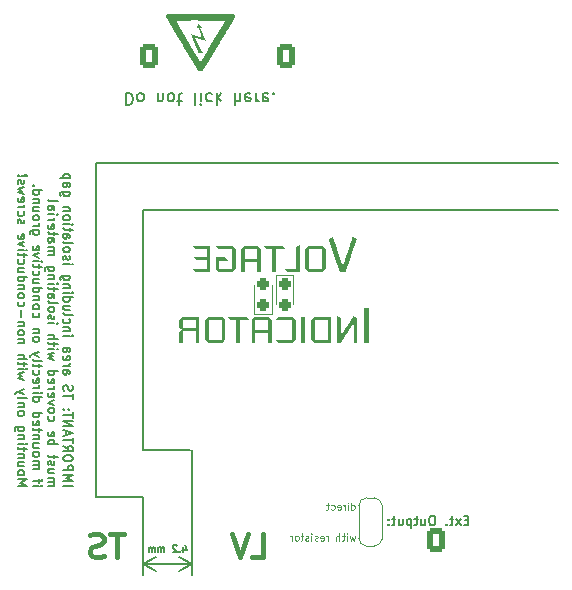
<source format=gbo>
G04 #@! TF.GenerationSoftware,KiCad,Pcbnew,8.0.5*
G04 #@! TF.CreationDate,2024-10-05T22:37:39+02:00*
G04 #@! TF.ProjectId,HVI,4856492e-6b69-4636-9164-5f7063625858,rev?*
G04 #@! TF.SameCoordinates,Original*
G04 #@! TF.FileFunction,Legend,Bot*
G04 #@! TF.FilePolarity,Positive*
%FSLAX46Y46*%
G04 Gerber Fmt 4.6, Leading zero omitted, Abs format (unit mm)*
G04 Created by KiCad (PCBNEW 8.0.5) date 2024-10-05 22:37:39*
%MOMM*%
%LPD*%
G01*
G04 APERTURE LIST*
G04 Aperture macros list*
%AMRoundRect*
0 Rectangle with rounded corners*
0 $1 Rounding radius*
0 $2 $3 $4 $5 $6 $7 $8 $9 X,Y pos of 4 corners*
0 Add a 4 corners polygon primitive as box body*
4,1,4,$2,$3,$4,$5,$6,$7,$8,$9,$2,$3,0*
0 Add four circle primitives for the rounded corners*
1,1,$1+$1,$2,$3*
1,1,$1+$1,$4,$5*
1,1,$1+$1,$6,$7*
1,1,$1+$1,$8,$9*
0 Add four rect primitives between the rounded corners*
20,1,$1+$1,$2,$3,$4,$5,0*
20,1,$1+$1,$4,$5,$6,$7,0*
20,1,$1+$1,$6,$7,$8,$9,0*
20,1,$1+$1,$8,$9,$2,$3,0*%
%AMFreePoly0*
4,1,19,0.550000,-0.750000,0.000000,-0.750000,0.000000,-0.744911,-0.071157,-0.744911,-0.207708,-0.704816,-0.327430,-0.627875,-0.420627,-0.520320,-0.479746,-0.390866,-0.500000,-0.250000,-0.500000,0.250000,-0.479746,0.390866,-0.420627,0.520320,-0.327430,0.627875,-0.207708,0.704816,-0.071157,0.744911,0.000000,0.744911,0.000000,0.750000,0.550000,0.750000,0.550000,-0.750000,0.550000,-0.750000,
$1*%
%AMFreePoly1*
4,1,19,0.000000,0.744911,0.071157,0.744911,0.207708,0.704816,0.327430,0.627875,0.420627,0.520320,0.479746,0.390866,0.500000,0.250000,0.500000,-0.250000,0.479746,-0.390866,0.420627,-0.520320,0.327430,-0.627875,0.207708,-0.704816,0.071157,-0.744911,0.000000,-0.744911,0.000000,-0.750000,-0.550000,-0.750000,-0.550000,0.750000,0.000000,0.750000,0.000000,0.744911,0.000000,0.744911,
$1*%
G04 Aperture macros list end*
%ADD10C,0.150000*%
%ADD11C,0.400000*%
%ADD12C,0.100000*%
%ADD13C,0.000000*%
%ADD14C,0.120000*%
%ADD15C,1.270000*%
%ADD16RoundRect,0.250001X0.499999X0.759999X-0.499999X0.759999X-0.499999X-0.759999X0.499999X-0.759999X0*%
%ADD17O,1.500000X2.020000*%
%ADD18C,3.200000*%
%ADD19C,4.000000*%
%ADD20C,2.000000*%
%ADD21R,2.000000X2.000000*%
%ADD22FreePoly0,270.000000*%
%ADD23R,1.500000X1.000000*%
%ADD24FreePoly1,270.000000*%
%ADD25RoundRect,0.237500X-0.237500X0.287500X-0.237500X-0.287500X0.237500X-0.287500X0.237500X0.287500X0*%
%ADD26RoundRect,0.237500X0.237500X-0.287500X0.237500X0.287500X-0.237500X0.287500X-0.237500X-0.287500X0*%
G04 APERTURE END LIST*
D10*
X86800000Y-97300000D02*
X82800000Y-97300000D01*
X82800000Y-77000000D02*
X117920000Y-77000000D01*
X82800000Y-101300000D02*
X78800000Y-101300000D01*
X82800000Y-77000000D02*
X82800000Y-97300000D01*
X78800000Y-73000000D02*
X78800000Y-101300000D01*
X82800000Y-107920000D02*
X82800000Y-101300000D01*
X87000000Y-107920000D02*
X87000000Y-97300000D01*
X78800000Y-73000000D02*
X117920000Y-73000000D01*
D11*
X92058271Y-106409438D02*
X93010652Y-106409438D01*
X93010652Y-106409438D02*
X93010652Y-104409438D01*
X91677318Y-104409438D02*
X91010652Y-106409438D01*
X91010652Y-106409438D02*
X90343985Y-104409438D01*
D10*
X81386779Y-67124108D02*
X81386779Y-68124108D01*
X81386779Y-68124108D02*
X81624874Y-68124108D01*
X81624874Y-68124108D02*
X81767731Y-68076489D01*
X81767731Y-68076489D02*
X81862969Y-67981251D01*
X81862969Y-67981251D02*
X81910588Y-67886013D01*
X81910588Y-67886013D02*
X81958207Y-67695537D01*
X81958207Y-67695537D02*
X81958207Y-67552680D01*
X81958207Y-67552680D02*
X81910588Y-67362204D01*
X81910588Y-67362204D02*
X81862969Y-67266966D01*
X81862969Y-67266966D02*
X81767731Y-67171728D01*
X81767731Y-67171728D02*
X81624874Y-67124108D01*
X81624874Y-67124108D02*
X81386779Y-67124108D01*
X82529636Y-67124108D02*
X82434398Y-67171728D01*
X82434398Y-67171728D02*
X82386779Y-67219347D01*
X82386779Y-67219347D02*
X82339160Y-67314585D01*
X82339160Y-67314585D02*
X82339160Y-67600299D01*
X82339160Y-67600299D02*
X82386779Y-67695537D01*
X82386779Y-67695537D02*
X82434398Y-67743156D01*
X82434398Y-67743156D02*
X82529636Y-67790775D01*
X82529636Y-67790775D02*
X82672493Y-67790775D01*
X82672493Y-67790775D02*
X82767731Y-67743156D01*
X82767731Y-67743156D02*
X82815350Y-67695537D01*
X82815350Y-67695537D02*
X82862969Y-67600299D01*
X82862969Y-67600299D02*
X82862969Y-67314585D01*
X82862969Y-67314585D02*
X82815350Y-67219347D01*
X82815350Y-67219347D02*
X82767731Y-67171728D01*
X82767731Y-67171728D02*
X82672493Y-67124108D01*
X82672493Y-67124108D02*
X82529636Y-67124108D01*
X84053446Y-67790775D02*
X84053446Y-67124108D01*
X84053446Y-67695537D02*
X84101065Y-67743156D01*
X84101065Y-67743156D02*
X84196303Y-67790775D01*
X84196303Y-67790775D02*
X84339160Y-67790775D01*
X84339160Y-67790775D02*
X84434398Y-67743156D01*
X84434398Y-67743156D02*
X84482017Y-67647918D01*
X84482017Y-67647918D02*
X84482017Y-67124108D01*
X85101065Y-67124108D02*
X85005827Y-67171728D01*
X85005827Y-67171728D02*
X84958208Y-67219347D01*
X84958208Y-67219347D02*
X84910589Y-67314585D01*
X84910589Y-67314585D02*
X84910589Y-67600299D01*
X84910589Y-67600299D02*
X84958208Y-67695537D01*
X84958208Y-67695537D02*
X85005827Y-67743156D01*
X85005827Y-67743156D02*
X85101065Y-67790775D01*
X85101065Y-67790775D02*
X85243922Y-67790775D01*
X85243922Y-67790775D02*
X85339160Y-67743156D01*
X85339160Y-67743156D02*
X85386779Y-67695537D01*
X85386779Y-67695537D02*
X85434398Y-67600299D01*
X85434398Y-67600299D02*
X85434398Y-67314585D01*
X85434398Y-67314585D02*
X85386779Y-67219347D01*
X85386779Y-67219347D02*
X85339160Y-67171728D01*
X85339160Y-67171728D02*
X85243922Y-67124108D01*
X85243922Y-67124108D02*
X85101065Y-67124108D01*
X85720113Y-67790775D02*
X86101065Y-67790775D01*
X85862970Y-68124108D02*
X85862970Y-67266966D01*
X85862970Y-67266966D02*
X85910589Y-67171728D01*
X85910589Y-67171728D02*
X86005827Y-67124108D01*
X86005827Y-67124108D02*
X86101065Y-67124108D01*
X87339161Y-67124108D02*
X87243923Y-67171728D01*
X87243923Y-67171728D02*
X87196304Y-67266966D01*
X87196304Y-67266966D02*
X87196304Y-68124108D01*
X87720114Y-67124108D02*
X87720114Y-67790775D01*
X87720114Y-68124108D02*
X87672495Y-68076489D01*
X87672495Y-68076489D02*
X87720114Y-68028870D01*
X87720114Y-68028870D02*
X87767733Y-68076489D01*
X87767733Y-68076489D02*
X87720114Y-68124108D01*
X87720114Y-68124108D02*
X87720114Y-68028870D01*
X88624875Y-67171728D02*
X88529637Y-67124108D01*
X88529637Y-67124108D02*
X88339161Y-67124108D01*
X88339161Y-67124108D02*
X88243923Y-67171728D01*
X88243923Y-67171728D02*
X88196304Y-67219347D01*
X88196304Y-67219347D02*
X88148685Y-67314585D01*
X88148685Y-67314585D02*
X88148685Y-67600299D01*
X88148685Y-67600299D02*
X88196304Y-67695537D01*
X88196304Y-67695537D02*
X88243923Y-67743156D01*
X88243923Y-67743156D02*
X88339161Y-67790775D01*
X88339161Y-67790775D02*
X88529637Y-67790775D01*
X88529637Y-67790775D02*
X88624875Y-67743156D01*
X89053447Y-67124108D02*
X89053447Y-68124108D01*
X89148685Y-67505061D02*
X89434399Y-67124108D01*
X89434399Y-67790775D02*
X89053447Y-67409823D01*
X90624876Y-67124108D02*
X90624876Y-68124108D01*
X91053447Y-67124108D02*
X91053447Y-67647918D01*
X91053447Y-67647918D02*
X91005828Y-67743156D01*
X91005828Y-67743156D02*
X90910590Y-67790775D01*
X90910590Y-67790775D02*
X90767733Y-67790775D01*
X90767733Y-67790775D02*
X90672495Y-67743156D01*
X90672495Y-67743156D02*
X90624876Y-67695537D01*
X91910590Y-67171728D02*
X91815352Y-67124108D01*
X91815352Y-67124108D02*
X91624876Y-67124108D01*
X91624876Y-67124108D02*
X91529638Y-67171728D01*
X91529638Y-67171728D02*
X91482019Y-67266966D01*
X91482019Y-67266966D02*
X91482019Y-67647918D01*
X91482019Y-67647918D02*
X91529638Y-67743156D01*
X91529638Y-67743156D02*
X91624876Y-67790775D01*
X91624876Y-67790775D02*
X91815352Y-67790775D01*
X91815352Y-67790775D02*
X91910590Y-67743156D01*
X91910590Y-67743156D02*
X91958209Y-67647918D01*
X91958209Y-67647918D02*
X91958209Y-67552680D01*
X91958209Y-67552680D02*
X91482019Y-67457442D01*
X92386781Y-67124108D02*
X92386781Y-67790775D01*
X92386781Y-67600299D02*
X92434400Y-67695537D01*
X92434400Y-67695537D02*
X92482019Y-67743156D01*
X92482019Y-67743156D02*
X92577257Y-67790775D01*
X92577257Y-67790775D02*
X92672495Y-67790775D01*
X93386781Y-67171728D02*
X93291543Y-67124108D01*
X93291543Y-67124108D02*
X93101067Y-67124108D01*
X93101067Y-67124108D02*
X93005829Y-67171728D01*
X93005829Y-67171728D02*
X92958210Y-67266966D01*
X92958210Y-67266966D02*
X92958210Y-67647918D01*
X92958210Y-67647918D02*
X93005829Y-67743156D01*
X93005829Y-67743156D02*
X93101067Y-67790775D01*
X93101067Y-67790775D02*
X93291543Y-67790775D01*
X93291543Y-67790775D02*
X93386781Y-67743156D01*
X93386781Y-67743156D02*
X93434400Y-67647918D01*
X93434400Y-67647918D02*
X93434400Y-67552680D01*
X93434400Y-67552680D02*
X92958210Y-67457442D01*
X93862972Y-67219347D02*
X93910591Y-67171728D01*
X93910591Y-67171728D02*
X93862972Y-67124108D01*
X93862972Y-67124108D02*
X93815353Y-67171728D01*
X93815353Y-67171728D02*
X93862972Y-67219347D01*
X93862972Y-67219347D02*
X93862972Y-67124108D01*
X110355839Y-103277334D02*
X110089173Y-103277334D01*
X109974887Y-103696382D02*
X110355839Y-103696382D01*
X110355839Y-103696382D02*
X110355839Y-102896382D01*
X110355839Y-102896382D02*
X109974887Y-102896382D01*
X109708220Y-103696382D02*
X109289172Y-103163048D01*
X109708220Y-103163048D02*
X109289172Y-103696382D01*
X109098696Y-103163048D02*
X108793934Y-103163048D01*
X108984410Y-102896382D02*
X108984410Y-103582096D01*
X108984410Y-103582096D02*
X108946315Y-103658287D01*
X108946315Y-103658287D02*
X108870125Y-103696382D01*
X108870125Y-103696382D02*
X108793934Y-103696382D01*
X108527267Y-103620191D02*
X108489172Y-103658287D01*
X108489172Y-103658287D02*
X108527267Y-103696382D01*
X108527267Y-103696382D02*
X108565363Y-103658287D01*
X108565363Y-103658287D02*
X108527267Y-103620191D01*
X108527267Y-103620191D02*
X108527267Y-103696382D01*
X107384410Y-102896382D02*
X107232029Y-102896382D01*
X107232029Y-102896382D02*
X107155839Y-102934477D01*
X107155839Y-102934477D02*
X107079648Y-103010667D01*
X107079648Y-103010667D02*
X107041553Y-103163048D01*
X107041553Y-103163048D02*
X107041553Y-103429715D01*
X107041553Y-103429715D02*
X107079648Y-103582096D01*
X107079648Y-103582096D02*
X107155839Y-103658287D01*
X107155839Y-103658287D02*
X107232029Y-103696382D01*
X107232029Y-103696382D02*
X107384410Y-103696382D01*
X107384410Y-103696382D02*
X107460601Y-103658287D01*
X107460601Y-103658287D02*
X107536791Y-103582096D01*
X107536791Y-103582096D02*
X107574887Y-103429715D01*
X107574887Y-103429715D02*
X107574887Y-103163048D01*
X107574887Y-103163048D02*
X107536791Y-103010667D01*
X107536791Y-103010667D02*
X107460601Y-102934477D01*
X107460601Y-102934477D02*
X107384410Y-102896382D01*
X106355839Y-103163048D02*
X106355839Y-103696382D01*
X106698696Y-103163048D02*
X106698696Y-103582096D01*
X106698696Y-103582096D02*
X106660601Y-103658287D01*
X106660601Y-103658287D02*
X106584411Y-103696382D01*
X106584411Y-103696382D02*
X106470125Y-103696382D01*
X106470125Y-103696382D02*
X106393934Y-103658287D01*
X106393934Y-103658287D02*
X106355839Y-103620191D01*
X106089172Y-103163048D02*
X105784410Y-103163048D01*
X105974886Y-102896382D02*
X105974886Y-103582096D01*
X105974886Y-103582096D02*
X105936791Y-103658287D01*
X105936791Y-103658287D02*
X105860601Y-103696382D01*
X105860601Y-103696382D02*
X105784410Y-103696382D01*
X105517743Y-103163048D02*
X105517743Y-103963048D01*
X105517743Y-103201144D02*
X105441553Y-103163048D01*
X105441553Y-103163048D02*
X105289172Y-103163048D01*
X105289172Y-103163048D02*
X105212981Y-103201144D01*
X105212981Y-103201144D02*
X105174886Y-103239239D01*
X105174886Y-103239239D02*
X105136791Y-103315429D01*
X105136791Y-103315429D02*
X105136791Y-103544001D01*
X105136791Y-103544001D02*
X105174886Y-103620191D01*
X105174886Y-103620191D02*
X105212981Y-103658287D01*
X105212981Y-103658287D02*
X105289172Y-103696382D01*
X105289172Y-103696382D02*
X105441553Y-103696382D01*
X105441553Y-103696382D02*
X105517743Y-103658287D01*
X104451076Y-103163048D02*
X104451076Y-103696382D01*
X104793933Y-103163048D02*
X104793933Y-103582096D01*
X104793933Y-103582096D02*
X104755838Y-103658287D01*
X104755838Y-103658287D02*
X104679648Y-103696382D01*
X104679648Y-103696382D02*
X104565362Y-103696382D01*
X104565362Y-103696382D02*
X104489171Y-103658287D01*
X104489171Y-103658287D02*
X104451076Y-103620191D01*
X104184409Y-103163048D02*
X103879647Y-103163048D01*
X104070123Y-102896382D02*
X104070123Y-103582096D01*
X104070123Y-103582096D02*
X104032028Y-103658287D01*
X104032028Y-103658287D02*
X103955838Y-103696382D01*
X103955838Y-103696382D02*
X103879647Y-103696382D01*
X103612980Y-103620191D02*
X103574885Y-103658287D01*
X103574885Y-103658287D02*
X103612980Y-103696382D01*
X103612980Y-103696382D02*
X103651076Y-103658287D01*
X103651076Y-103658287D02*
X103612980Y-103620191D01*
X103612980Y-103620191D02*
X103612980Y-103696382D01*
X103612980Y-103201144D02*
X103574885Y-103239239D01*
X103574885Y-103239239D02*
X103612980Y-103277334D01*
X103612980Y-103277334D02*
X103651076Y-103239239D01*
X103651076Y-103239239D02*
X103612980Y-103201144D01*
X103612980Y-103201144D02*
X103612980Y-103277334D01*
X76069569Y-100360839D02*
X76869569Y-100360839D01*
X76069569Y-99979887D02*
X76869569Y-99979887D01*
X76869569Y-99979887D02*
X76298141Y-99713221D01*
X76298141Y-99713221D02*
X76869569Y-99446554D01*
X76869569Y-99446554D02*
X76069569Y-99446554D01*
X76069569Y-99065601D02*
X76869569Y-99065601D01*
X76869569Y-99065601D02*
X76869569Y-98760839D01*
X76869569Y-98760839D02*
X76831474Y-98684649D01*
X76831474Y-98684649D02*
X76793379Y-98646554D01*
X76793379Y-98646554D02*
X76717188Y-98608458D01*
X76717188Y-98608458D02*
X76602903Y-98608458D01*
X76602903Y-98608458D02*
X76526712Y-98646554D01*
X76526712Y-98646554D02*
X76488617Y-98684649D01*
X76488617Y-98684649D02*
X76450522Y-98760839D01*
X76450522Y-98760839D02*
X76450522Y-99065601D01*
X76869569Y-98113220D02*
X76869569Y-97960839D01*
X76869569Y-97960839D02*
X76831474Y-97884649D01*
X76831474Y-97884649D02*
X76755284Y-97808458D01*
X76755284Y-97808458D02*
X76602903Y-97770363D01*
X76602903Y-97770363D02*
X76336236Y-97770363D01*
X76336236Y-97770363D02*
X76183855Y-97808458D01*
X76183855Y-97808458D02*
X76107665Y-97884649D01*
X76107665Y-97884649D02*
X76069569Y-97960839D01*
X76069569Y-97960839D02*
X76069569Y-98113220D01*
X76069569Y-98113220D02*
X76107665Y-98189411D01*
X76107665Y-98189411D02*
X76183855Y-98265601D01*
X76183855Y-98265601D02*
X76336236Y-98303697D01*
X76336236Y-98303697D02*
X76602903Y-98303697D01*
X76602903Y-98303697D02*
X76755284Y-98265601D01*
X76755284Y-98265601D02*
X76831474Y-98189411D01*
X76831474Y-98189411D02*
X76869569Y-98113220D01*
X76069569Y-96970363D02*
X76450522Y-97237030D01*
X76069569Y-97427506D02*
X76869569Y-97427506D01*
X76869569Y-97427506D02*
X76869569Y-97122744D01*
X76869569Y-97122744D02*
X76831474Y-97046554D01*
X76831474Y-97046554D02*
X76793379Y-97008459D01*
X76793379Y-97008459D02*
X76717188Y-96970363D01*
X76717188Y-96970363D02*
X76602903Y-96970363D01*
X76602903Y-96970363D02*
X76526712Y-97008459D01*
X76526712Y-97008459D02*
X76488617Y-97046554D01*
X76488617Y-97046554D02*
X76450522Y-97122744D01*
X76450522Y-97122744D02*
X76450522Y-97427506D01*
X76869569Y-96741792D02*
X76869569Y-96284649D01*
X76069569Y-96513221D02*
X76869569Y-96513221D01*
X76298141Y-96056078D02*
X76298141Y-95675125D01*
X76069569Y-96132268D02*
X76869569Y-95865601D01*
X76869569Y-95865601D02*
X76069569Y-95598935D01*
X76069569Y-95332268D02*
X76869569Y-95332268D01*
X76869569Y-95332268D02*
X76069569Y-94875125D01*
X76069569Y-94875125D02*
X76869569Y-94875125D01*
X76869569Y-94608459D02*
X76869569Y-94151316D01*
X76069569Y-94379888D02*
X76869569Y-94379888D01*
X76145760Y-93884649D02*
X76107665Y-93846554D01*
X76107665Y-93846554D02*
X76069569Y-93884649D01*
X76069569Y-93884649D02*
X76107665Y-93922745D01*
X76107665Y-93922745D02*
X76145760Y-93884649D01*
X76145760Y-93884649D02*
X76069569Y-93884649D01*
X76564807Y-93884649D02*
X76526712Y-93846554D01*
X76526712Y-93846554D02*
X76488617Y-93884649D01*
X76488617Y-93884649D02*
X76526712Y-93922745D01*
X76526712Y-93922745D02*
X76564807Y-93884649D01*
X76564807Y-93884649D02*
X76488617Y-93884649D01*
X76869569Y-93008459D02*
X76869569Y-92551316D01*
X76069569Y-92779888D02*
X76869569Y-92779888D01*
X76107665Y-92322745D02*
X76069569Y-92208459D01*
X76069569Y-92208459D02*
X76069569Y-92017983D01*
X76069569Y-92017983D02*
X76107665Y-91941792D01*
X76107665Y-91941792D02*
X76145760Y-91903697D01*
X76145760Y-91903697D02*
X76221950Y-91865602D01*
X76221950Y-91865602D02*
X76298141Y-91865602D01*
X76298141Y-91865602D02*
X76374331Y-91903697D01*
X76374331Y-91903697D02*
X76412426Y-91941792D01*
X76412426Y-91941792D02*
X76450522Y-92017983D01*
X76450522Y-92017983D02*
X76488617Y-92170364D01*
X76488617Y-92170364D02*
X76526712Y-92246554D01*
X76526712Y-92246554D02*
X76564807Y-92284649D01*
X76564807Y-92284649D02*
X76640998Y-92322745D01*
X76640998Y-92322745D02*
X76717188Y-92322745D01*
X76717188Y-92322745D02*
X76793379Y-92284649D01*
X76793379Y-92284649D02*
X76831474Y-92246554D01*
X76831474Y-92246554D02*
X76869569Y-92170364D01*
X76869569Y-92170364D02*
X76869569Y-91979887D01*
X76869569Y-91979887D02*
X76831474Y-91865602D01*
X76069569Y-90570363D02*
X76488617Y-90570363D01*
X76488617Y-90570363D02*
X76564807Y-90608458D01*
X76564807Y-90608458D02*
X76602903Y-90684649D01*
X76602903Y-90684649D02*
X76602903Y-90837030D01*
X76602903Y-90837030D02*
X76564807Y-90913220D01*
X76107665Y-90570363D02*
X76069569Y-90646554D01*
X76069569Y-90646554D02*
X76069569Y-90837030D01*
X76069569Y-90837030D02*
X76107665Y-90913220D01*
X76107665Y-90913220D02*
X76183855Y-90951316D01*
X76183855Y-90951316D02*
X76260045Y-90951316D01*
X76260045Y-90951316D02*
X76336236Y-90913220D01*
X76336236Y-90913220D02*
X76374331Y-90837030D01*
X76374331Y-90837030D02*
X76374331Y-90646554D01*
X76374331Y-90646554D02*
X76412426Y-90570363D01*
X76069569Y-90189410D02*
X76602903Y-90189410D01*
X76450522Y-90189410D02*
X76526712Y-90151315D01*
X76526712Y-90151315D02*
X76564807Y-90113220D01*
X76564807Y-90113220D02*
X76602903Y-90037029D01*
X76602903Y-90037029D02*
X76602903Y-89960839D01*
X76107665Y-89389410D02*
X76069569Y-89465601D01*
X76069569Y-89465601D02*
X76069569Y-89617982D01*
X76069569Y-89617982D02*
X76107665Y-89694172D01*
X76107665Y-89694172D02*
X76183855Y-89732268D01*
X76183855Y-89732268D02*
X76488617Y-89732268D01*
X76488617Y-89732268D02*
X76564807Y-89694172D01*
X76564807Y-89694172D02*
X76602903Y-89617982D01*
X76602903Y-89617982D02*
X76602903Y-89465601D01*
X76602903Y-89465601D02*
X76564807Y-89389410D01*
X76564807Y-89389410D02*
X76488617Y-89351315D01*
X76488617Y-89351315D02*
X76412426Y-89351315D01*
X76412426Y-89351315D02*
X76336236Y-89732268D01*
X76069569Y-88665601D02*
X76488617Y-88665601D01*
X76488617Y-88665601D02*
X76564807Y-88703696D01*
X76564807Y-88703696D02*
X76602903Y-88779887D01*
X76602903Y-88779887D02*
X76602903Y-88932268D01*
X76602903Y-88932268D02*
X76564807Y-89008458D01*
X76107665Y-88665601D02*
X76069569Y-88741792D01*
X76069569Y-88741792D02*
X76069569Y-88932268D01*
X76069569Y-88932268D02*
X76107665Y-89008458D01*
X76107665Y-89008458D02*
X76183855Y-89046554D01*
X76183855Y-89046554D02*
X76260045Y-89046554D01*
X76260045Y-89046554D02*
X76336236Y-89008458D01*
X76336236Y-89008458D02*
X76374331Y-88932268D01*
X76374331Y-88932268D02*
X76374331Y-88741792D01*
X76374331Y-88741792D02*
X76412426Y-88665601D01*
X76069569Y-87675124D02*
X76602903Y-87675124D01*
X76869569Y-87675124D02*
X76831474Y-87713220D01*
X76831474Y-87713220D02*
X76793379Y-87675124D01*
X76793379Y-87675124D02*
X76831474Y-87637029D01*
X76831474Y-87637029D02*
X76869569Y-87675124D01*
X76869569Y-87675124D02*
X76793379Y-87675124D01*
X76602903Y-87294172D02*
X76069569Y-87294172D01*
X76526712Y-87294172D02*
X76564807Y-87256077D01*
X76564807Y-87256077D02*
X76602903Y-87179887D01*
X76602903Y-87179887D02*
X76602903Y-87065601D01*
X76602903Y-87065601D02*
X76564807Y-86989410D01*
X76564807Y-86989410D02*
X76488617Y-86951315D01*
X76488617Y-86951315D02*
X76069569Y-86951315D01*
X76107665Y-86227505D02*
X76069569Y-86303696D01*
X76069569Y-86303696D02*
X76069569Y-86456077D01*
X76069569Y-86456077D02*
X76107665Y-86532267D01*
X76107665Y-86532267D02*
X76145760Y-86570362D01*
X76145760Y-86570362D02*
X76221950Y-86608458D01*
X76221950Y-86608458D02*
X76450522Y-86608458D01*
X76450522Y-86608458D02*
X76526712Y-86570362D01*
X76526712Y-86570362D02*
X76564807Y-86532267D01*
X76564807Y-86532267D02*
X76602903Y-86456077D01*
X76602903Y-86456077D02*
X76602903Y-86303696D01*
X76602903Y-86303696D02*
X76564807Y-86227505D01*
X76069569Y-85770363D02*
X76107665Y-85846553D01*
X76107665Y-85846553D02*
X76183855Y-85884648D01*
X76183855Y-85884648D02*
X76869569Y-85884648D01*
X76602903Y-85122743D02*
X76069569Y-85122743D01*
X76602903Y-85465600D02*
X76183855Y-85465600D01*
X76183855Y-85465600D02*
X76107665Y-85427505D01*
X76107665Y-85427505D02*
X76069569Y-85351315D01*
X76069569Y-85351315D02*
X76069569Y-85237029D01*
X76069569Y-85237029D02*
X76107665Y-85160838D01*
X76107665Y-85160838D02*
X76145760Y-85122743D01*
X76069569Y-84398933D02*
X76869569Y-84398933D01*
X76107665Y-84398933D02*
X76069569Y-84475124D01*
X76069569Y-84475124D02*
X76069569Y-84627505D01*
X76069569Y-84627505D02*
X76107665Y-84703695D01*
X76107665Y-84703695D02*
X76145760Y-84741790D01*
X76145760Y-84741790D02*
X76221950Y-84779886D01*
X76221950Y-84779886D02*
X76450522Y-84779886D01*
X76450522Y-84779886D02*
X76526712Y-84741790D01*
X76526712Y-84741790D02*
X76564807Y-84703695D01*
X76564807Y-84703695D02*
X76602903Y-84627505D01*
X76602903Y-84627505D02*
X76602903Y-84475124D01*
X76602903Y-84475124D02*
X76564807Y-84398933D01*
X76069569Y-84017980D02*
X76602903Y-84017980D01*
X76869569Y-84017980D02*
X76831474Y-84056076D01*
X76831474Y-84056076D02*
X76793379Y-84017980D01*
X76793379Y-84017980D02*
X76831474Y-83979885D01*
X76831474Y-83979885D02*
X76869569Y-84017980D01*
X76869569Y-84017980D02*
X76793379Y-84017980D01*
X76602903Y-83637028D02*
X76069569Y-83637028D01*
X76526712Y-83637028D02*
X76564807Y-83598933D01*
X76564807Y-83598933D02*
X76602903Y-83522743D01*
X76602903Y-83522743D02*
X76602903Y-83408457D01*
X76602903Y-83408457D02*
X76564807Y-83332266D01*
X76564807Y-83332266D02*
X76488617Y-83294171D01*
X76488617Y-83294171D02*
X76069569Y-83294171D01*
X76602903Y-82570361D02*
X75955284Y-82570361D01*
X75955284Y-82570361D02*
X75879093Y-82608456D01*
X75879093Y-82608456D02*
X75840998Y-82646552D01*
X75840998Y-82646552D02*
X75802903Y-82722742D01*
X75802903Y-82722742D02*
X75802903Y-82837028D01*
X75802903Y-82837028D02*
X75840998Y-82913218D01*
X76107665Y-82570361D02*
X76069569Y-82646552D01*
X76069569Y-82646552D02*
X76069569Y-82798933D01*
X76069569Y-82798933D02*
X76107665Y-82875123D01*
X76107665Y-82875123D02*
X76145760Y-82913218D01*
X76145760Y-82913218D02*
X76221950Y-82951314D01*
X76221950Y-82951314D02*
X76450522Y-82951314D01*
X76450522Y-82951314D02*
X76526712Y-82913218D01*
X76526712Y-82913218D02*
X76564807Y-82875123D01*
X76564807Y-82875123D02*
X76602903Y-82798933D01*
X76602903Y-82798933D02*
X76602903Y-82646552D01*
X76602903Y-82646552D02*
X76564807Y-82570361D01*
X76069569Y-81579884D02*
X76602903Y-81579884D01*
X76869569Y-81579884D02*
X76831474Y-81617980D01*
X76831474Y-81617980D02*
X76793379Y-81579884D01*
X76793379Y-81579884D02*
X76831474Y-81541789D01*
X76831474Y-81541789D02*
X76869569Y-81579884D01*
X76869569Y-81579884D02*
X76793379Y-81579884D01*
X76107665Y-81237028D02*
X76069569Y-81160837D01*
X76069569Y-81160837D02*
X76069569Y-81008456D01*
X76069569Y-81008456D02*
X76107665Y-80932266D01*
X76107665Y-80932266D02*
X76183855Y-80894170D01*
X76183855Y-80894170D02*
X76221950Y-80894170D01*
X76221950Y-80894170D02*
X76298141Y-80932266D01*
X76298141Y-80932266D02*
X76336236Y-81008456D01*
X76336236Y-81008456D02*
X76336236Y-81122742D01*
X76336236Y-81122742D02*
X76374331Y-81198932D01*
X76374331Y-81198932D02*
X76450522Y-81237028D01*
X76450522Y-81237028D02*
X76488617Y-81237028D01*
X76488617Y-81237028D02*
X76564807Y-81198932D01*
X76564807Y-81198932D02*
X76602903Y-81122742D01*
X76602903Y-81122742D02*
X76602903Y-81008456D01*
X76602903Y-81008456D02*
X76564807Y-80932266D01*
X76069569Y-80437028D02*
X76107665Y-80513218D01*
X76107665Y-80513218D02*
X76145760Y-80551313D01*
X76145760Y-80551313D02*
X76221950Y-80589409D01*
X76221950Y-80589409D02*
X76450522Y-80589409D01*
X76450522Y-80589409D02*
X76526712Y-80551313D01*
X76526712Y-80551313D02*
X76564807Y-80513218D01*
X76564807Y-80513218D02*
X76602903Y-80437028D01*
X76602903Y-80437028D02*
X76602903Y-80322742D01*
X76602903Y-80322742D02*
X76564807Y-80246551D01*
X76564807Y-80246551D02*
X76526712Y-80208456D01*
X76526712Y-80208456D02*
X76450522Y-80170361D01*
X76450522Y-80170361D02*
X76221950Y-80170361D01*
X76221950Y-80170361D02*
X76145760Y-80208456D01*
X76145760Y-80208456D02*
X76107665Y-80246551D01*
X76107665Y-80246551D02*
X76069569Y-80322742D01*
X76069569Y-80322742D02*
X76069569Y-80437028D01*
X76069569Y-79713218D02*
X76107665Y-79789408D01*
X76107665Y-79789408D02*
X76183855Y-79827503D01*
X76183855Y-79827503D02*
X76869569Y-79827503D01*
X76069569Y-79065598D02*
X76488617Y-79065598D01*
X76488617Y-79065598D02*
X76564807Y-79103693D01*
X76564807Y-79103693D02*
X76602903Y-79179884D01*
X76602903Y-79179884D02*
X76602903Y-79332265D01*
X76602903Y-79332265D02*
X76564807Y-79408455D01*
X76107665Y-79065598D02*
X76069569Y-79141789D01*
X76069569Y-79141789D02*
X76069569Y-79332265D01*
X76069569Y-79332265D02*
X76107665Y-79408455D01*
X76107665Y-79408455D02*
X76183855Y-79446551D01*
X76183855Y-79446551D02*
X76260045Y-79446551D01*
X76260045Y-79446551D02*
X76336236Y-79408455D01*
X76336236Y-79408455D02*
X76374331Y-79332265D01*
X76374331Y-79332265D02*
X76374331Y-79141789D01*
X76374331Y-79141789D02*
X76412426Y-79065598D01*
X76602903Y-78798931D02*
X76602903Y-78494169D01*
X76869569Y-78684645D02*
X76183855Y-78684645D01*
X76183855Y-78684645D02*
X76107665Y-78646550D01*
X76107665Y-78646550D02*
X76069569Y-78570360D01*
X76069569Y-78570360D02*
X76069569Y-78494169D01*
X76069569Y-78227502D02*
X76602903Y-78227502D01*
X76869569Y-78227502D02*
X76831474Y-78265598D01*
X76831474Y-78265598D02*
X76793379Y-78227502D01*
X76793379Y-78227502D02*
X76831474Y-78189407D01*
X76831474Y-78189407D02*
X76869569Y-78227502D01*
X76869569Y-78227502D02*
X76793379Y-78227502D01*
X76069569Y-77732265D02*
X76107665Y-77808455D01*
X76107665Y-77808455D02*
X76145760Y-77846550D01*
X76145760Y-77846550D02*
X76221950Y-77884646D01*
X76221950Y-77884646D02*
X76450522Y-77884646D01*
X76450522Y-77884646D02*
X76526712Y-77846550D01*
X76526712Y-77846550D02*
X76564807Y-77808455D01*
X76564807Y-77808455D02*
X76602903Y-77732265D01*
X76602903Y-77732265D02*
X76602903Y-77617979D01*
X76602903Y-77617979D02*
X76564807Y-77541788D01*
X76564807Y-77541788D02*
X76526712Y-77503693D01*
X76526712Y-77503693D02*
X76450522Y-77465598D01*
X76450522Y-77465598D02*
X76221950Y-77465598D01*
X76221950Y-77465598D02*
X76145760Y-77503693D01*
X76145760Y-77503693D02*
X76107665Y-77541788D01*
X76107665Y-77541788D02*
X76069569Y-77617979D01*
X76069569Y-77617979D02*
X76069569Y-77732265D01*
X76602903Y-77122740D02*
X76069569Y-77122740D01*
X76526712Y-77122740D02*
X76564807Y-77084645D01*
X76564807Y-77084645D02*
X76602903Y-77008455D01*
X76602903Y-77008455D02*
X76602903Y-76894169D01*
X76602903Y-76894169D02*
X76564807Y-76817978D01*
X76564807Y-76817978D02*
X76488617Y-76779883D01*
X76488617Y-76779883D02*
X76069569Y-76779883D01*
X76602903Y-75446549D02*
X75955284Y-75446549D01*
X75955284Y-75446549D02*
X75879093Y-75484644D01*
X75879093Y-75484644D02*
X75840998Y-75522740D01*
X75840998Y-75522740D02*
X75802903Y-75598930D01*
X75802903Y-75598930D02*
X75802903Y-75713216D01*
X75802903Y-75713216D02*
X75840998Y-75789406D01*
X76107665Y-75446549D02*
X76069569Y-75522740D01*
X76069569Y-75522740D02*
X76069569Y-75675121D01*
X76069569Y-75675121D02*
X76107665Y-75751311D01*
X76107665Y-75751311D02*
X76145760Y-75789406D01*
X76145760Y-75789406D02*
X76221950Y-75827502D01*
X76221950Y-75827502D02*
X76450522Y-75827502D01*
X76450522Y-75827502D02*
X76526712Y-75789406D01*
X76526712Y-75789406D02*
X76564807Y-75751311D01*
X76564807Y-75751311D02*
X76602903Y-75675121D01*
X76602903Y-75675121D02*
X76602903Y-75522740D01*
X76602903Y-75522740D02*
X76564807Y-75446549D01*
X76069569Y-74722739D02*
X76488617Y-74722739D01*
X76488617Y-74722739D02*
X76564807Y-74760834D01*
X76564807Y-74760834D02*
X76602903Y-74837025D01*
X76602903Y-74837025D02*
X76602903Y-74989406D01*
X76602903Y-74989406D02*
X76564807Y-75065596D01*
X76107665Y-74722739D02*
X76069569Y-74798930D01*
X76069569Y-74798930D02*
X76069569Y-74989406D01*
X76069569Y-74989406D02*
X76107665Y-75065596D01*
X76107665Y-75065596D02*
X76183855Y-75103692D01*
X76183855Y-75103692D02*
X76260045Y-75103692D01*
X76260045Y-75103692D02*
X76336236Y-75065596D01*
X76336236Y-75065596D02*
X76374331Y-74989406D01*
X76374331Y-74989406D02*
X76374331Y-74798930D01*
X76374331Y-74798930D02*
X76412426Y-74722739D01*
X76602903Y-74341786D02*
X75802903Y-74341786D01*
X76564807Y-74341786D02*
X76602903Y-74265596D01*
X76602903Y-74265596D02*
X76602903Y-74113215D01*
X76602903Y-74113215D02*
X76564807Y-74037024D01*
X76564807Y-74037024D02*
X76526712Y-73998929D01*
X76526712Y-73998929D02*
X76450522Y-73960834D01*
X76450522Y-73960834D02*
X76221950Y-73960834D01*
X76221950Y-73960834D02*
X76145760Y-73998929D01*
X76145760Y-73998929D02*
X76107665Y-74037024D01*
X76107665Y-74037024D02*
X76069569Y-74113215D01*
X76069569Y-74113215D02*
X76069569Y-74265596D01*
X76069569Y-74265596D02*
X76107665Y-74341786D01*
X74781614Y-100360839D02*
X75314948Y-100360839D01*
X75238757Y-100360839D02*
X75276852Y-100322744D01*
X75276852Y-100322744D02*
X75314948Y-100246554D01*
X75314948Y-100246554D02*
X75314948Y-100132268D01*
X75314948Y-100132268D02*
X75276852Y-100056077D01*
X75276852Y-100056077D02*
X75200662Y-100017982D01*
X75200662Y-100017982D02*
X74781614Y-100017982D01*
X75200662Y-100017982D02*
X75276852Y-99979887D01*
X75276852Y-99979887D02*
X75314948Y-99903696D01*
X75314948Y-99903696D02*
X75314948Y-99789411D01*
X75314948Y-99789411D02*
X75276852Y-99713220D01*
X75276852Y-99713220D02*
X75200662Y-99675125D01*
X75200662Y-99675125D02*
X74781614Y-99675125D01*
X75314948Y-98951315D02*
X74781614Y-98951315D01*
X75314948Y-99294172D02*
X74895900Y-99294172D01*
X74895900Y-99294172D02*
X74819710Y-99256077D01*
X74819710Y-99256077D02*
X74781614Y-99179887D01*
X74781614Y-99179887D02*
X74781614Y-99065601D01*
X74781614Y-99065601D02*
X74819710Y-98989410D01*
X74819710Y-98989410D02*
X74857805Y-98951315D01*
X74819710Y-98608458D02*
X74781614Y-98532267D01*
X74781614Y-98532267D02*
X74781614Y-98379886D01*
X74781614Y-98379886D02*
X74819710Y-98303696D01*
X74819710Y-98303696D02*
X74895900Y-98265600D01*
X74895900Y-98265600D02*
X74933995Y-98265600D01*
X74933995Y-98265600D02*
X75010186Y-98303696D01*
X75010186Y-98303696D02*
X75048281Y-98379886D01*
X75048281Y-98379886D02*
X75048281Y-98494172D01*
X75048281Y-98494172D02*
X75086376Y-98570362D01*
X75086376Y-98570362D02*
X75162567Y-98608458D01*
X75162567Y-98608458D02*
X75200662Y-98608458D01*
X75200662Y-98608458D02*
X75276852Y-98570362D01*
X75276852Y-98570362D02*
X75314948Y-98494172D01*
X75314948Y-98494172D02*
X75314948Y-98379886D01*
X75314948Y-98379886D02*
X75276852Y-98303696D01*
X75314948Y-98037029D02*
X75314948Y-97732267D01*
X75581614Y-97922743D02*
X74895900Y-97922743D01*
X74895900Y-97922743D02*
X74819710Y-97884648D01*
X74819710Y-97884648D02*
X74781614Y-97808458D01*
X74781614Y-97808458D02*
X74781614Y-97732267D01*
X74781614Y-96856076D02*
X75581614Y-96856076D01*
X75276852Y-96856076D02*
X75314948Y-96779886D01*
X75314948Y-96779886D02*
X75314948Y-96627505D01*
X75314948Y-96627505D02*
X75276852Y-96551314D01*
X75276852Y-96551314D02*
X75238757Y-96513219D01*
X75238757Y-96513219D02*
X75162567Y-96475124D01*
X75162567Y-96475124D02*
X74933995Y-96475124D01*
X74933995Y-96475124D02*
X74857805Y-96513219D01*
X74857805Y-96513219D02*
X74819710Y-96551314D01*
X74819710Y-96551314D02*
X74781614Y-96627505D01*
X74781614Y-96627505D02*
X74781614Y-96779886D01*
X74781614Y-96779886D02*
X74819710Y-96856076D01*
X74819710Y-95827504D02*
X74781614Y-95903695D01*
X74781614Y-95903695D02*
X74781614Y-96056076D01*
X74781614Y-96056076D02*
X74819710Y-96132266D01*
X74819710Y-96132266D02*
X74895900Y-96170362D01*
X74895900Y-96170362D02*
X75200662Y-96170362D01*
X75200662Y-96170362D02*
X75276852Y-96132266D01*
X75276852Y-96132266D02*
X75314948Y-96056076D01*
X75314948Y-96056076D02*
X75314948Y-95903695D01*
X75314948Y-95903695D02*
X75276852Y-95827504D01*
X75276852Y-95827504D02*
X75200662Y-95789409D01*
X75200662Y-95789409D02*
X75124471Y-95789409D01*
X75124471Y-95789409D02*
X75048281Y-96170362D01*
X74819710Y-94494171D02*
X74781614Y-94570362D01*
X74781614Y-94570362D02*
X74781614Y-94722743D01*
X74781614Y-94722743D02*
X74819710Y-94798933D01*
X74819710Y-94798933D02*
X74857805Y-94837028D01*
X74857805Y-94837028D02*
X74933995Y-94875124D01*
X74933995Y-94875124D02*
X75162567Y-94875124D01*
X75162567Y-94875124D02*
X75238757Y-94837028D01*
X75238757Y-94837028D02*
X75276852Y-94798933D01*
X75276852Y-94798933D02*
X75314948Y-94722743D01*
X75314948Y-94722743D02*
X75314948Y-94570362D01*
X75314948Y-94570362D02*
X75276852Y-94494171D01*
X74781614Y-94037029D02*
X74819710Y-94113219D01*
X74819710Y-94113219D02*
X74857805Y-94151314D01*
X74857805Y-94151314D02*
X74933995Y-94189410D01*
X74933995Y-94189410D02*
X75162567Y-94189410D01*
X75162567Y-94189410D02*
X75238757Y-94151314D01*
X75238757Y-94151314D02*
X75276852Y-94113219D01*
X75276852Y-94113219D02*
X75314948Y-94037029D01*
X75314948Y-94037029D02*
X75314948Y-93922743D01*
X75314948Y-93922743D02*
X75276852Y-93846552D01*
X75276852Y-93846552D02*
X75238757Y-93808457D01*
X75238757Y-93808457D02*
X75162567Y-93770362D01*
X75162567Y-93770362D02*
X74933995Y-93770362D01*
X74933995Y-93770362D02*
X74857805Y-93808457D01*
X74857805Y-93808457D02*
X74819710Y-93846552D01*
X74819710Y-93846552D02*
X74781614Y-93922743D01*
X74781614Y-93922743D02*
X74781614Y-94037029D01*
X75314948Y-93503695D02*
X74781614Y-93313219D01*
X74781614Y-93313219D02*
X75314948Y-93122742D01*
X74819710Y-92513218D02*
X74781614Y-92589409D01*
X74781614Y-92589409D02*
X74781614Y-92741790D01*
X74781614Y-92741790D02*
X74819710Y-92817980D01*
X74819710Y-92817980D02*
X74895900Y-92856076D01*
X74895900Y-92856076D02*
X75200662Y-92856076D01*
X75200662Y-92856076D02*
X75276852Y-92817980D01*
X75276852Y-92817980D02*
X75314948Y-92741790D01*
X75314948Y-92741790D02*
X75314948Y-92589409D01*
X75314948Y-92589409D02*
X75276852Y-92513218D01*
X75276852Y-92513218D02*
X75200662Y-92475123D01*
X75200662Y-92475123D02*
X75124471Y-92475123D01*
X75124471Y-92475123D02*
X75048281Y-92856076D01*
X74781614Y-92132266D02*
X75314948Y-92132266D01*
X75162567Y-92132266D02*
X75238757Y-92094171D01*
X75238757Y-92094171D02*
X75276852Y-92056076D01*
X75276852Y-92056076D02*
X75314948Y-91979885D01*
X75314948Y-91979885D02*
X75314948Y-91903695D01*
X74819710Y-91332266D02*
X74781614Y-91408457D01*
X74781614Y-91408457D02*
X74781614Y-91560838D01*
X74781614Y-91560838D02*
X74819710Y-91637028D01*
X74819710Y-91637028D02*
X74895900Y-91675124D01*
X74895900Y-91675124D02*
X75200662Y-91675124D01*
X75200662Y-91675124D02*
X75276852Y-91637028D01*
X75276852Y-91637028D02*
X75314948Y-91560838D01*
X75314948Y-91560838D02*
X75314948Y-91408457D01*
X75314948Y-91408457D02*
X75276852Y-91332266D01*
X75276852Y-91332266D02*
X75200662Y-91294171D01*
X75200662Y-91294171D02*
X75124471Y-91294171D01*
X75124471Y-91294171D02*
X75048281Y-91675124D01*
X74781614Y-90608457D02*
X75581614Y-90608457D01*
X74819710Y-90608457D02*
X74781614Y-90684648D01*
X74781614Y-90684648D02*
X74781614Y-90837029D01*
X74781614Y-90837029D02*
X74819710Y-90913219D01*
X74819710Y-90913219D02*
X74857805Y-90951314D01*
X74857805Y-90951314D02*
X74933995Y-90989410D01*
X74933995Y-90989410D02*
X75162567Y-90989410D01*
X75162567Y-90989410D02*
X75238757Y-90951314D01*
X75238757Y-90951314D02*
X75276852Y-90913219D01*
X75276852Y-90913219D02*
X75314948Y-90837029D01*
X75314948Y-90837029D02*
X75314948Y-90684648D01*
X75314948Y-90684648D02*
X75276852Y-90608457D01*
X75314948Y-89694171D02*
X74781614Y-89541790D01*
X74781614Y-89541790D02*
X75162567Y-89389409D01*
X75162567Y-89389409D02*
X74781614Y-89237028D01*
X74781614Y-89237028D02*
X75314948Y-89084647D01*
X74781614Y-88779885D02*
X75314948Y-88779885D01*
X75581614Y-88779885D02*
X75543519Y-88817981D01*
X75543519Y-88817981D02*
X75505424Y-88779885D01*
X75505424Y-88779885D02*
X75543519Y-88741790D01*
X75543519Y-88741790D02*
X75581614Y-88779885D01*
X75581614Y-88779885D02*
X75505424Y-88779885D01*
X75314948Y-88513219D02*
X75314948Y-88208457D01*
X75581614Y-88398933D02*
X74895900Y-88398933D01*
X74895900Y-88398933D02*
X74819710Y-88360838D01*
X74819710Y-88360838D02*
X74781614Y-88284648D01*
X74781614Y-88284648D02*
X74781614Y-88208457D01*
X74781614Y-87941790D02*
X75581614Y-87941790D01*
X74781614Y-87598933D02*
X75200662Y-87598933D01*
X75200662Y-87598933D02*
X75276852Y-87637028D01*
X75276852Y-87637028D02*
X75314948Y-87713219D01*
X75314948Y-87713219D02*
X75314948Y-87827505D01*
X75314948Y-87827505D02*
X75276852Y-87903695D01*
X75276852Y-87903695D02*
X75238757Y-87941790D01*
X74781614Y-86608456D02*
X75314948Y-86608456D01*
X75581614Y-86608456D02*
X75543519Y-86646552D01*
X75543519Y-86646552D02*
X75505424Y-86608456D01*
X75505424Y-86608456D02*
X75543519Y-86570361D01*
X75543519Y-86570361D02*
X75581614Y-86608456D01*
X75581614Y-86608456D02*
X75505424Y-86608456D01*
X74819710Y-86265600D02*
X74781614Y-86189409D01*
X74781614Y-86189409D02*
X74781614Y-86037028D01*
X74781614Y-86037028D02*
X74819710Y-85960838D01*
X74819710Y-85960838D02*
X74895900Y-85922742D01*
X74895900Y-85922742D02*
X74933995Y-85922742D01*
X74933995Y-85922742D02*
X75010186Y-85960838D01*
X75010186Y-85960838D02*
X75048281Y-86037028D01*
X75048281Y-86037028D02*
X75048281Y-86151314D01*
X75048281Y-86151314D02*
X75086376Y-86227504D01*
X75086376Y-86227504D02*
X75162567Y-86265600D01*
X75162567Y-86265600D02*
X75200662Y-86265600D01*
X75200662Y-86265600D02*
X75276852Y-86227504D01*
X75276852Y-86227504D02*
X75314948Y-86151314D01*
X75314948Y-86151314D02*
X75314948Y-86037028D01*
X75314948Y-86037028D02*
X75276852Y-85960838D01*
X74781614Y-85465600D02*
X74819710Y-85541790D01*
X74819710Y-85541790D02*
X74857805Y-85579885D01*
X74857805Y-85579885D02*
X74933995Y-85617981D01*
X74933995Y-85617981D02*
X75162567Y-85617981D01*
X75162567Y-85617981D02*
X75238757Y-85579885D01*
X75238757Y-85579885D02*
X75276852Y-85541790D01*
X75276852Y-85541790D02*
X75314948Y-85465600D01*
X75314948Y-85465600D02*
X75314948Y-85351314D01*
X75314948Y-85351314D02*
X75276852Y-85275123D01*
X75276852Y-85275123D02*
X75238757Y-85237028D01*
X75238757Y-85237028D02*
X75162567Y-85198933D01*
X75162567Y-85198933D02*
X74933995Y-85198933D01*
X74933995Y-85198933D02*
X74857805Y-85237028D01*
X74857805Y-85237028D02*
X74819710Y-85275123D01*
X74819710Y-85275123D02*
X74781614Y-85351314D01*
X74781614Y-85351314D02*
X74781614Y-85465600D01*
X74781614Y-84741790D02*
X74819710Y-84817980D01*
X74819710Y-84817980D02*
X74895900Y-84856075D01*
X74895900Y-84856075D02*
X75581614Y-84856075D01*
X74781614Y-84094170D02*
X75200662Y-84094170D01*
X75200662Y-84094170D02*
X75276852Y-84132265D01*
X75276852Y-84132265D02*
X75314948Y-84208456D01*
X75314948Y-84208456D02*
X75314948Y-84360837D01*
X75314948Y-84360837D02*
X75276852Y-84437027D01*
X74819710Y-84094170D02*
X74781614Y-84170361D01*
X74781614Y-84170361D02*
X74781614Y-84360837D01*
X74781614Y-84360837D02*
X74819710Y-84437027D01*
X74819710Y-84437027D02*
X74895900Y-84475123D01*
X74895900Y-84475123D02*
X74972090Y-84475123D01*
X74972090Y-84475123D02*
X75048281Y-84437027D01*
X75048281Y-84437027D02*
X75086376Y-84360837D01*
X75086376Y-84360837D02*
X75086376Y-84170361D01*
X75086376Y-84170361D02*
X75124471Y-84094170D01*
X75314948Y-83827503D02*
X75314948Y-83522741D01*
X75581614Y-83713217D02*
X74895900Y-83713217D01*
X74895900Y-83713217D02*
X74819710Y-83675122D01*
X74819710Y-83675122D02*
X74781614Y-83598932D01*
X74781614Y-83598932D02*
X74781614Y-83522741D01*
X74781614Y-83256074D02*
X75314948Y-83256074D01*
X75581614Y-83256074D02*
X75543519Y-83294170D01*
X75543519Y-83294170D02*
X75505424Y-83256074D01*
X75505424Y-83256074D02*
X75543519Y-83217979D01*
X75543519Y-83217979D02*
X75581614Y-83256074D01*
X75581614Y-83256074D02*
X75505424Y-83256074D01*
X75314948Y-82875122D02*
X74781614Y-82875122D01*
X75238757Y-82875122D02*
X75276852Y-82837027D01*
X75276852Y-82837027D02*
X75314948Y-82760837D01*
X75314948Y-82760837D02*
X75314948Y-82646551D01*
X75314948Y-82646551D02*
X75276852Y-82570360D01*
X75276852Y-82570360D02*
X75200662Y-82532265D01*
X75200662Y-82532265D02*
X74781614Y-82532265D01*
X75314948Y-81808455D02*
X74667329Y-81808455D01*
X74667329Y-81808455D02*
X74591138Y-81846550D01*
X74591138Y-81846550D02*
X74553043Y-81884646D01*
X74553043Y-81884646D02*
X74514948Y-81960836D01*
X74514948Y-81960836D02*
X74514948Y-82075122D01*
X74514948Y-82075122D02*
X74553043Y-82151312D01*
X74819710Y-81808455D02*
X74781614Y-81884646D01*
X74781614Y-81884646D02*
X74781614Y-82037027D01*
X74781614Y-82037027D02*
X74819710Y-82113217D01*
X74819710Y-82113217D02*
X74857805Y-82151312D01*
X74857805Y-82151312D02*
X74933995Y-82189408D01*
X74933995Y-82189408D02*
X75162567Y-82189408D01*
X75162567Y-82189408D02*
X75238757Y-82151312D01*
X75238757Y-82151312D02*
X75276852Y-82113217D01*
X75276852Y-82113217D02*
X75314948Y-82037027D01*
X75314948Y-82037027D02*
X75314948Y-81884646D01*
X75314948Y-81884646D02*
X75276852Y-81808455D01*
X74781614Y-80817978D02*
X75314948Y-80817978D01*
X75238757Y-80817978D02*
X75276852Y-80779883D01*
X75276852Y-80779883D02*
X75314948Y-80703693D01*
X75314948Y-80703693D02*
X75314948Y-80589407D01*
X75314948Y-80589407D02*
X75276852Y-80513216D01*
X75276852Y-80513216D02*
X75200662Y-80475121D01*
X75200662Y-80475121D02*
X74781614Y-80475121D01*
X75200662Y-80475121D02*
X75276852Y-80437026D01*
X75276852Y-80437026D02*
X75314948Y-80360835D01*
X75314948Y-80360835D02*
X75314948Y-80246550D01*
X75314948Y-80246550D02*
X75276852Y-80170359D01*
X75276852Y-80170359D02*
X75200662Y-80132264D01*
X75200662Y-80132264D02*
X74781614Y-80132264D01*
X74781614Y-79408454D02*
X75200662Y-79408454D01*
X75200662Y-79408454D02*
X75276852Y-79446549D01*
X75276852Y-79446549D02*
X75314948Y-79522740D01*
X75314948Y-79522740D02*
X75314948Y-79675121D01*
X75314948Y-79675121D02*
X75276852Y-79751311D01*
X74819710Y-79408454D02*
X74781614Y-79484645D01*
X74781614Y-79484645D02*
X74781614Y-79675121D01*
X74781614Y-79675121D02*
X74819710Y-79751311D01*
X74819710Y-79751311D02*
X74895900Y-79789407D01*
X74895900Y-79789407D02*
X74972090Y-79789407D01*
X74972090Y-79789407D02*
X75048281Y-79751311D01*
X75048281Y-79751311D02*
X75086376Y-79675121D01*
X75086376Y-79675121D02*
X75086376Y-79484645D01*
X75086376Y-79484645D02*
X75124471Y-79408454D01*
X75314948Y-79141787D02*
X75314948Y-78837025D01*
X75581614Y-79027501D02*
X74895900Y-79027501D01*
X74895900Y-79027501D02*
X74819710Y-78989406D01*
X74819710Y-78989406D02*
X74781614Y-78913216D01*
X74781614Y-78913216D02*
X74781614Y-78837025D01*
X74819710Y-78265596D02*
X74781614Y-78341787D01*
X74781614Y-78341787D02*
X74781614Y-78494168D01*
X74781614Y-78494168D02*
X74819710Y-78570358D01*
X74819710Y-78570358D02*
X74895900Y-78608454D01*
X74895900Y-78608454D02*
X75200662Y-78608454D01*
X75200662Y-78608454D02*
X75276852Y-78570358D01*
X75276852Y-78570358D02*
X75314948Y-78494168D01*
X75314948Y-78494168D02*
X75314948Y-78341787D01*
X75314948Y-78341787D02*
X75276852Y-78265596D01*
X75276852Y-78265596D02*
X75200662Y-78227501D01*
X75200662Y-78227501D02*
X75124471Y-78227501D01*
X75124471Y-78227501D02*
X75048281Y-78608454D01*
X74781614Y-77884644D02*
X75314948Y-77884644D01*
X75162567Y-77884644D02*
X75238757Y-77846549D01*
X75238757Y-77846549D02*
X75276852Y-77808454D01*
X75276852Y-77808454D02*
X75314948Y-77732263D01*
X75314948Y-77732263D02*
X75314948Y-77656073D01*
X74781614Y-77389406D02*
X75314948Y-77389406D01*
X75581614Y-77389406D02*
X75543519Y-77427502D01*
X75543519Y-77427502D02*
X75505424Y-77389406D01*
X75505424Y-77389406D02*
X75543519Y-77351311D01*
X75543519Y-77351311D02*
X75581614Y-77389406D01*
X75581614Y-77389406D02*
X75505424Y-77389406D01*
X74781614Y-76665597D02*
X75200662Y-76665597D01*
X75200662Y-76665597D02*
X75276852Y-76703692D01*
X75276852Y-76703692D02*
X75314948Y-76779883D01*
X75314948Y-76779883D02*
X75314948Y-76932264D01*
X75314948Y-76932264D02*
X75276852Y-77008454D01*
X74819710Y-76665597D02*
X74781614Y-76741788D01*
X74781614Y-76741788D02*
X74781614Y-76932264D01*
X74781614Y-76932264D02*
X74819710Y-77008454D01*
X74819710Y-77008454D02*
X74895900Y-77046550D01*
X74895900Y-77046550D02*
X74972090Y-77046550D01*
X74972090Y-77046550D02*
X75048281Y-77008454D01*
X75048281Y-77008454D02*
X75086376Y-76932264D01*
X75086376Y-76932264D02*
X75086376Y-76741788D01*
X75086376Y-76741788D02*
X75124471Y-76665597D01*
X74781614Y-76170359D02*
X74819710Y-76246549D01*
X74819710Y-76246549D02*
X74895900Y-76284644D01*
X74895900Y-76284644D02*
X75581614Y-76284644D01*
X73493659Y-100360839D02*
X74026993Y-100360839D01*
X74293659Y-100360839D02*
X74255564Y-100398935D01*
X74255564Y-100398935D02*
X74217469Y-100360839D01*
X74217469Y-100360839D02*
X74255564Y-100322744D01*
X74255564Y-100322744D02*
X74293659Y-100360839D01*
X74293659Y-100360839D02*
X74217469Y-100360839D01*
X74026993Y-100094173D02*
X74026993Y-99789411D01*
X73493659Y-99979887D02*
X74179374Y-99979887D01*
X74179374Y-99979887D02*
X74255564Y-99941792D01*
X74255564Y-99941792D02*
X74293659Y-99865602D01*
X74293659Y-99865602D02*
X74293659Y-99789411D01*
X73493659Y-98913220D02*
X74026993Y-98913220D01*
X73950802Y-98913220D02*
X73988897Y-98875125D01*
X73988897Y-98875125D02*
X74026993Y-98798935D01*
X74026993Y-98798935D02*
X74026993Y-98684649D01*
X74026993Y-98684649D02*
X73988897Y-98608458D01*
X73988897Y-98608458D02*
X73912707Y-98570363D01*
X73912707Y-98570363D02*
X73493659Y-98570363D01*
X73912707Y-98570363D02*
X73988897Y-98532268D01*
X73988897Y-98532268D02*
X74026993Y-98456077D01*
X74026993Y-98456077D02*
X74026993Y-98341792D01*
X74026993Y-98341792D02*
X73988897Y-98265601D01*
X73988897Y-98265601D02*
X73912707Y-98227506D01*
X73912707Y-98227506D02*
X73493659Y-98227506D01*
X73493659Y-97732268D02*
X73531755Y-97808458D01*
X73531755Y-97808458D02*
X73569850Y-97846553D01*
X73569850Y-97846553D02*
X73646040Y-97884649D01*
X73646040Y-97884649D02*
X73874612Y-97884649D01*
X73874612Y-97884649D02*
X73950802Y-97846553D01*
X73950802Y-97846553D02*
X73988897Y-97808458D01*
X73988897Y-97808458D02*
X74026993Y-97732268D01*
X74026993Y-97732268D02*
X74026993Y-97617982D01*
X74026993Y-97617982D02*
X73988897Y-97541791D01*
X73988897Y-97541791D02*
X73950802Y-97503696D01*
X73950802Y-97503696D02*
X73874612Y-97465601D01*
X73874612Y-97465601D02*
X73646040Y-97465601D01*
X73646040Y-97465601D02*
X73569850Y-97503696D01*
X73569850Y-97503696D02*
X73531755Y-97541791D01*
X73531755Y-97541791D02*
X73493659Y-97617982D01*
X73493659Y-97617982D02*
X73493659Y-97732268D01*
X74026993Y-96779886D02*
X73493659Y-96779886D01*
X74026993Y-97122743D02*
X73607945Y-97122743D01*
X73607945Y-97122743D02*
X73531755Y-97084648D01*
X73531755Y-97084648D02*
X73493659Y-97008458D01*
X73493659Y-97008458D02*
X73493659Y-96894172D01*
X73493659Y-96894172D02*
X73531755Y-96817981D01*
X73531755Y-96817981D02*
X73569850Y-96779886D01*
X74026993Y-96398933D02*
X73493659Y-96398933D01*
X73950802Y-96398933D02*
X73988897Y-96360838D01*
X73988897Y-96360838D02*
X74026993Y-96284648D01*
X74026993Y-96284648D02*
X74026993Y-96170362D01*
X74026993Y-96170362D02*
X73988897Y-96094171D01*
X73988897Y-96094171D02*
X73912707Y-96056076D01*
X73912707Y-96056076D02*
X73493659Y-96056076D01*
X74026993Y-95789409D02*
X74026993Y-95484647D01*
X74293659Y-95675123D02*
X73607945Y-95675123D01*
X73607945Y-95675123D02*
X73531755Y-95637028D01*
X73531755Y-95637028D02*
X73493659Y-95560838D01*
X73493659Y-95560838D02*
X73493659Y-95484647D01*
X73531755Y-94913218D02*
X73493659Y-94989409D01*
X73493659Y-94989409D02*
X73493659Y-95141790D01*
X73493659Y-95141790D02*
X73531755Y-95217980D01*
X73531755Y-95217980D02*
X73607945Y-95256076D01*
X73607945Y-95256076D02*
X73912707Y-95256076D01*
X73912707Y-95256076D02*
X73988897Y-95217980D01*
X73988897Y-95217980D02*
X74026993Y-95141790D01*
X74026993Y-95141790D02*
X74026993Y-94989409D01*
X74026993Y-94989409D02*
X73988897Y-94913218D01*
X73988897Y-94913218D02*
X73912707Y-94875123D01*
X73912707Y-94875123D02*
X73836516Y-94875123D01*
X73836516Y-94875123D02*
X73760326Y-95256076D01*
X73493659Y-94189409D02*
X74293659Y-94189409D01*
X73531755Y-94189409D02*
X73493659Y-94265600D01*
X73493659Y-94265600D02*
X73493659Y-94417981D01*
X73493659Y-94417981D02*
X73531755Y-94494171D01*
X73531755Y-94494171D02*
X73569850Y-94532266D01*
X73569850Y-94532266D02*
X73646040Y-94570362D01*
X73646040Y-94570362D02*
X73874612Y-94570362D01*
X73874612Y-94570362D02*
X73950802Y-94532266D01*
X73950802Y-94532266D02*
X73988897Y-94494171D01*
X73988897Y-94494171D02*
X74026993Y-94417981D01*
X74026993Y-94417981D02*
X74026993Y-94265600D01*
X74026993Y-94265600D02*
X73988897Y-94189409D01*
X73493659Y-92856075D02*
X74293659Y-92856075D01*
X73531755Y-92856075D02*
X73493659Y-92932266D01*
X73493659Y-92932266D02*
X73493659Y-93084647D01*
X73493659Y-93084647D02*
X73531755Y-93160837D01*
X73531755Y-93160837D02*
X73569850Y-93198932D01*
X73569850Y-93198932D02*
X73646040Y-93237028D01*
X73646040Y-93237028D02*
X73874612Y-93237028D01*
X73874612Y-93237028D02*
X73950802Y-93198932D01*
X73950802Y-93198932D02*
X73988897Y-93160837D01*
X73988897Y-93160837D02*
X74026993Y-93084647D01*
X74026993Y-93084647D02*
X74026993Y-92932266D01*
X74026993Y-92932266D02*
X73988897Y-92856075D01*
X73493659Y-92475122D02*
X74026993Y-92475122D01*
X74293659Y-92475122D02*
X74255564Y-92513218D01*
X74255564Y-92513218D02*
X74217469Y-92475122D01*
X74217469Y-92475122D02*
X74255564Y-92437027D01*
X74255564Y-92437027D02*
X74293659Y-92475122D01*
X74293659Y-92475122D02*
X74217469Y-92475122D01*
X73493659Y-92094170D02*
X74026993Y-92094170D01*
X73874612Y-92094170D02*
X73950802Y-92056075D01*
X73950802Y-92056075D02*
X73988897Y-92017980D01*
X73988897Y-92017980D02*
X74026993Y-91941789D01*
X74026993Y-91941789D02*
X74026993Y-91865599D01*
X73531755Y-91294170D02*
X73493659Y-91370361D01*
X73493659Y-91370361D02*
X73493659Y-91522742D01*
X73493659Y-91522742D02*
X73531755Y-91598932D01*
X73531755Y-91598932D02*
X73607945Y-91637028D01*
X73607945Y-91637028D02*
X73912707Y-91637028D01*
X73912707Y-91637028D02*
X73988897Y-91598932D01*
X73988897Y-91598932D02*
X74026993Y-91522742D01*
X74026993Y-91522742D02*
X74026993Y-91370361D01*
X74026993Y-91370361D02*
X73988897Y-91294170D01*
X73988897Y-91294170D02*
X73912707Y-91256075D01*
X73912707Y-91256075D02*
X73836516Y-91256075D01*
X73836516Y-91256075D02*
X73760326Y-91637028D01*
X73531755Y-90570361D02*
X73493659Y-90646552D01*
X73493659Y-90646552D02*
X73493659Y-90798933D01*
X73493659Y-90798933D02*
X73531755Y-90875123D01*
X73531755Y-90875123D02*
X73569850Y-90913218D01*
X73569850Y-90913218D02*
X73646040Y-90951314D01*
X73646040Y-90951314D02*
X73874612Y-90951314D01*
X73874612Y-90951314D02*
X73950802Y-90913218D01*
X73950802Y-90913218D02*
X73988897Y-90875123D01*
X73988897Y-90875123D02*
X74026993Y-90798933D01*
X74026993Y-90798933D02*
X74026993Y-90646552D01*
X74026993Y-90646552D02*
X73988897Y-90570361D01*
X74026993Y-90341790D02*
X74026993Y-90037028D01*
X74293659Y-90227504D02*
X73607945Y-90227504D01*
X73607945Y-90227504D02*
X73531755Y-90189409D01*
X73531755Y-90189409D02*
X73493659Y-90113219D01*
X73493659Y-90113219D02*
X73493659Y-90037028D01*
X73493659Y-89656076D02*
X73531755Y-89732266D01*
X73531755Y-89732266D02*
X73607945Y-89770361D01*
X73607945Y-89770361D02*
X74293659Y-89770361D01*
X74026993Y-89427504D02*
X73493659Y-89237028D01*
X74026993Y-89046551D02*
X73493659Y-89237028D01*
X73493659Y-89237028D02*
X73303183Y-89313218D01*
X73303183Y-89313218D02*
X73265088Y-89351313D01*
X73265088Y-89351313D02*
X73226993Y-89427504D01*
X73493659Y-88017980D02*
X73531755Y-88094170D01*
X73531755Y-88094170D02*
X73569850Y-88132265D01*
X73569850Y-88132265D02*
X73646040Y-88170361D01*
X73646040Y-88170361D02*
X73874612Y-88170361D01*
X73874612Y-88170361D02*
X73950802Y-88132265D01*
X73950802Y-88132265D02*
X73988897Y-88094170D01*
X73988897Y-88094170D02*
X74026993Y-88017980D01*
X74026993Y-88017980D02*
X74026993Y-87903694D01*
X74026993Y-87903694D02*
X73988897Y-87827503D01*
X73988897Y-87827503D02*
X73950802Y-87789408D01*
X73950802Y-87789408D02*
X73874612Y-87751313D01*
X73874612Y-87751313D02*
X73646040Y-87751313D01*
X73646040Y-87751313D02*
X73569850Y-87789408D01*
X73569850Y-87789408D02*
X73531755Y-87827503D01*
X73531755Y-87827503D02*
X73493659Y-87903694D01*
X73493659Y-87903694D02*
X73493659Y-88017980D01*
X74026993Y-87408455D02*
X73493659Y-87408455D01*
X73950802Y-87408455D02*
X73988897Y-87370360D01*
X73988897Y-87370360D02*
X74026993Y-87294170D01*
X74026993Y-87294170D02*
X74026993Y-87179884D01*
X74026993Y-87179884D02*
X73988897Y-87103693D01*
X73988897Y-87103693D02*
X73912707Y-87065598D01*
X73912707Y-87065598D02*
X73493659Y-87065598D01*
X73531755Y-85732264D02*
X73493659Y-85808455D01*
X73493659Y-85808455D02*
X73493659Y-85960836D01*
X73493659Y-85960836D02*
X73531755Y-86037026D01*
X73531755Y-86037026D02*
X73569850Y-86075121D01*
X73569850Y-86075121D02*
X73646040Y-86113217D01*
X73646040Y-86113217D02*
X73874612Y-86113217D01*
X73874612Y-86113217D02*
X73950802Y-86075121D01*
X73950802Y-86075121D02*
X73988897Y-86037026D01*
X73988897Y-86037026D02*
X74026993Y-85960836D01*
X74026993Y-85960836D02*
X74026993Y-85808455D01*
X74026993Y-85808455D02*
X73988897Y-85732264D01*
X73493659Y-85275122D02*
X73531755Y-85351312D01*
X73531755Y-85351312D02*
X73569850Y-85389407D01*
X73569850Y-85389407D02*
X73646040Y-85427503D01*
X73646040Y-85427503D02*
X73874612Y-85427503D01*
X73874612Y-85427503D02*
X73950802Y-85389407D01*
X73950802Y-85389407D02*
X73988897Y-85351312D01*
X73988897Y-85351312D02*
X74026993Y-85275122D01*
X74026993Y-85275122D02*
X74026993Y-85160836D01*
X74026993Y-85160836D02*
X73988897Y-85084645D01*
X73988897Y-85084645D02*
X73950802Y-85046550D01*
X73950802Y-85046550D02*
X73874612Y-85008455D01*
X73874612Y-85008455D02*
X73646040Y-85008455D01*
X73646040Y-85008455D02*
X73569850Y-85046550D01*
X73569850Y-85046550D02*
X73531755Y-85084645D01*
X73531755Y-85084645D02*
X73493659Y-85160836D01*
X73493659Y-85160836D02*
X73493659Y-85275122D01*
X74026993Y-84665597D02*
X73493659Y-84665597D01*
X73950802Y-84665597D02*
X73988897Y-84627502D01*
X73988897Y-84627502D02*
X74026993Y-84551312D01*
X74026993Y-84551312D02*
X74026993Y-84437026D01*
X74026993Y-84437026D02*
X73988897Y-84360835D01*
X73988897Y-84360835D02*
X73912707Y-84322740D01*
X73912707Y-84322740D02*
X73493659Y-84322740D01*
X73493659Y-83598930D02*
X74293659Y-83598930D01*
X73531755Y-83598930D02*
X73493659Y-83675121D01*
X73493659Y-83675121D02*
X73493659Y-83827502D01*
X73493659Y-83827502D02*
X73531755Y-83903692D01*
X73531755Y-83903692D02*
X73569850Y-83941787D01*
X73569850Y-83941787D02*
X73646040Y-83979883D01*
X73646040Y-83979883D02*
X73874612Y-83979883D01*
X73874612Y-83979883D02*
X73950802Y-83941787D01*
X73950802Y-83941787D02*
X73988897Y-83903692D01*
X73988897Y-83903692D02*
X74026993Y-83827502D01*
X74026993Y-83827502D02*
X74026993Y-83675121D01*
X74026993Y-83675121D02*
X73988897Y-83598930D01*
X74026993Y-82875120D02*
X73493659Y-82875120D01*
X74026993Y-83217977D02*
X73607945Y-83217977D01*
X73607945Y-83217977D02*
X73531755Y-83179882D01*
X73531755Y-83179882D02*
X73493659Y-83103692D01*
X73493659Y-83103692D02*
X73493659Y-82989406D01*
X73493659Y-82989406D02*
X73531755Y-82913215D01*
X73531755Y-82913215D02*
X73569850Y-82875120D01*
X73531755Y-82151310D02*
X73493659Y-82227501D01*
X73493659Y-82227501D02*
X73493659Y-82379882D01*
X73493659Y-82379882D02*
X73531755Y-82456072D01*
X73531755Y-82456072D02*
X73569850Y-82494167D01*
X73569850Y-82494167D02*
X73646040Y-82532263D01*
X73646040Y-82532263D02*
X73874612Y-82532263D01*
X73874612Y-82532263D02*
X73950802Y-82494167D01*
X73950802Y-82494167D02*
X73988897Y-82456072D01*
X73988897Y-82456072D02*
X74026993Y-82379882D01*
X74026993Y-82379882D02*
X74026993Y-82227501D01*
X74026993Y-82227501D02*
X73988897Y-82151310D01*
X74026993Y-81922739D02*
X74026993Y-81617977D01*
X74293659Y-81808453D02*
X73607945Y-81808453D01*
X73607945Y-81808453D02*
X73531755Y-81770358D01*
X73531755Y-81770358D02*
X73493659Y-81694168D01*
X73493659Y-81694168D02*
X73493659Y-81617977D01*
X73493659Y-81351310D02*
X74026993Y-81351310D01*
X74293659Y-81351310D02*
X74255564Y-81389406D01*
X74255564Y-81389406D02*
X74217469Y-81351310D01*
X74217469Y-81351310D02*
X74255564Y-81313215D01*
X74255564Y-81313215D02*
X74293659Y-81351310D01*
X74293659Y-81351310D02*
X74217469Y-81351310D01*
X74026993Y-81046549D02*
X73493659Y-80856073D01*
X73493659Y-80856073D02*
X74026993Y-80665596D01*
X73531755Y-80056072D02*
X73493659Y-80132263D01*
X73493659Y-80132263D02*
X73493659Y-80284644D01*
X73493659Y-80284644D02*
X73531755Y-80360834D01*
X73531755Y-80360834D02*
X73607945Y-80398930D01*
X73607945Y-80398930D02*
X73912707Y-80398930D01*
X73912707Y-80398930D02*
X73988897Y-80360834D01*
X73988897Y-80360834D02*
X74026993Y-80284644D01*
X74026993Y-80284644D02*
X74026993Y-80132263D01*
X74026993Y-80132263D02*
X73988897Y-80056072D01*
X73988897Y-80056072D02*
X73912707Y-80017977D01*
X73912707Y-80017977D02*
X73836516Y-80017977D01*
X73836516Y-80017977D02*
X73760326Y-80398930D01*
X74026993Y-78722739D02*
X73379374Y-78722739D01*
X73379374Y-78722739D02*
X73303183Y-78760834D01*
X73303183Y-78760834D02*
X73265088Y-78798930D01*
X73265088Y-78798930D02*
X73226993Y-78875120D01*
X73226993Y-78875120D02*
X73226993Y-78989406D01*
X73226993Y-78989406D02*
X73265088Y-79065596D01*
X73531755Y-78722739D02*
X73493659Y-78798930D01*
X73493659Y-78798930D02*
X73493659Y-78951311D01*
X73493659Y-78951311D02*
X73531755Y-79027501D01*
X73531755Y-79027501D02*
X73569850Y-79065596D01*
X73569850Y-79065596D02*
X73646040Y-79103692D01*
X73646040Y-79103692D02*
X73874612Y-79103692D01*
X73874612Y-79103692D02*
X73950802Y-79065596D01*
X73950802Y-79065596D02*
X73988897Y-79027501D01*
X73988897Y-79027501D02*
X74026993Y-78951311D01*
X74026993Y-78951311D02*
X74026993Y-78798930D01*
X74026993Y-78798930D02*
X73988897Y-78722739D01*
X73493659Y-78341786D02*
X74026993Y-78341786D01*
X73874612Y-78341786D02*
X73950802Y-78303691D01*
X73950802Y-78303691D02*
X73988897Y-78265596D01*
X73988897Y-78265596D02*
X74026993Y-78189405D01*
X74026993Y-78189405D02*
X74026993Y-78113215D01*
X73493659Y-77732263D02*
X73531755Y-77808453D01*
X73531755Y-77808453D02*
X73569850Y-77846548D01*
X73569850Y-77846548D02*
X73646040Y-77884644D01*
X73646040Y-77884644D02*
X73874612Y-77884644D01*
X73874612Y-77884644D02*
X73950802Y-77846548D01*
X73950802Y-77846548D02*
X73988897Y-77808453D01*
X73988897Y-77808453D02*
X74026993Y-77732263D01*
X74026993Y-77732263D02*
X74026993Y-77617977D01*
X74026993Y-77617977D02*
X73988897Y-77541786D01*
X73988897Y-77541786D02*
X73950802Y-77503691D01*
X73950802Y-77503691D02*
X73874612Y-77465596D01*
X73874612Y-77465596D02*
X73646040Y-77465596D01*
X73646040Y-77465596D02*
X73569850Y-77503691D01*
X73569850Y-77503691D02*
X73531755Y-77541786D01*
X73531755Y-77541786D02*
X73493659Y-77617977D01*
X73493659Y-77617977D02*
X73493659Y-77732263D01*
X74026993Y-76779881D02*
X73493659Y-76779881D01*
X74026993Y-77122738D02*
X73607945Y-77122738D01*
X73607945Y-77122738D02*
X73531755Y-77084643D01*
X73531755Y-77084643D02*
X73493659Y-77008453D01*
X73493659Y-77008453D02*
X73493659Y-76894167D01*
X73493659Y-76894167D02*
X73531755Y-76817976D01*
X73531755Y-76817976D02*
X73569850Y-76779881D01*
X74026993Y-76398928D02*
X73493659Y-76398928D01*
X73950802Y-76398928D02*
X73988897Y-76360833D01*
X73988897Y-76360833D02*
X74026993Y-76284643D01*
X74026993Y-76284643D02*
X74026993Y-76170357D01*
X74026993Y-76170357D02*
X73988897Y-76094166D01*
X73988897Y-76094166D02*
X73912707Y-76056071D01*
X73912707Y-76056071D02*
X73493659Y-76056071D01*
X73493659Y-75332261D02*
X74293659Y-75332261D01*
X73531755Y-75332261D02*
X73493659Y-75408452D01*
X73493659Y-75408452D02*
X73493659Y-75560833D01*
X73493659Y-75560833D02*
X73531755Y-75637023D01*
X73531755Y-75637023D02*
X73569850Y-75675118D01*
X73569850Y-75675118D02*
X73646040Y-75713214D01*
X73646040Y-75713214D02*
X73874612Y-75713214D01*
X73874612Y-75713214D02*
X73950802Y-75675118D01*
X73950802Y-75675118D02*
X73988897Y-75637023D01*
X73988897Y-75637023D02*
X74026993Y-75560833D01*
X74026993Y-75560833D02*
X74026993Y-75408452D01*
X74026993Y-75408452D02*
X73988897Y-75332261D01*
X73569850Y-74951308D02*
X73531755Y-74913213D01*
X73531755Y-74913213D02*
X73493659Y-74951308D01*
X73493659Y-74951308D02*
X73531755Y-74989404D01*
X73531755Y-74989404D02*
X73569850Y-74951308D01*
X73569850Y-74951308D02*
X73493659Y-74951308D01*
X72205704Y-100360839D02*
X73005704Y-100360839D01*
X73005704Y-100360839D02*
X72434276Y-100094173D01*
X72434276Y-100094173D02*
X73005704Y-99827506D01*
X73005704Y-99827506D02*
X72205704Y-99827506D01*
X72205704Y-99332268D02*
X72243800Y-99408458D01*
X72243800Y-99408458D02*
X72281895Y-99446553D01*
X72281895Y-99446553D02*
X72358085Y-99484649D01*
X72358085Y-99484649D02*
X72586657Y-99484649D01*
X72586657Y-99484649D02*
X72662847Y-99446553D01*
X72662847Y-99446553D02*
X72700942Y-99408458D01*
X72700942Y-99408458D02*
X72739038Y-99332268D01*
X72739038Y-99332268D02*
X72739038Y-99217982D01*
X72739038Y-99217982D02*
X72700942Y-99141791D01*
X72700942Y-99141791D02*
X72662847Y-99103696D01*
X72662847Y-99103696D02*
X72586657Y-99065601D01*
X72586657Y-99065601D02*
X72358085Y-99065601D01*
X72358085Y-99065601D02*
X72281895Y-99103696D01*
X72281895Y-99103696D02*
X72243800Y-99141791D01*
X72243800Y-99141791D02*
X72205704Y-99217982D01*
X72205704Y-99217982D02*
X72205704Y-99332268D01*
X72739038Y-98379886D02*
X72205704Y-98379886D01*
X72739038Y-98722743D02*
X72319990Y-98722743D01*
X72319990Y-98722743D02*
X72243800Y-98684648D01*
X72243800Y-98684648D02*
X72205704Y-98608458D01*
X72205704Y-98608458D02*
X72205704Y-98494172D01*
X72205704Y-98494172D02*
X72243800Y-98417981D01*
X72243800Y-98417981D02*
X72281895Y-98379886D01*
X72739038Y-97998933D02*
X72205704Y-97998933D01*
X72662847Y-97998933D02*
X72700942Y-97960838D01*
X72700942Y-97960838D02*
X72739038Y-97884648D01*
X72739038Y-97884648D02*
X72739038Y-97770362D01*
X72739038Y-97770362D02*
X72700942Y-97694171D01*
X72700942Y-97694171D02*
X72624752Y-97656076D01*
X72624752Y-97656076D02*
X72205704Y-97656076D01*
X72739038Y-97389409D02*
X72739038Y-97084647D01*
X73005704Y-97275123D02*
X72319990Y-97275123D01*
X72319990Y-97275123D02*
X72243800Y-97237028D01*
X72243800Y-97237028D02*
X72205704Y-97160838D01*
X72205704Y-97160838D02*
X72205704Y-97084647D01*
X72205704Y-96817980D02*
X72739038Y-96817980D01*
X73005704Y-96817980D02*
X72967609Y-96856076D01*
X72967609Y-96856076D02*
X72929514Y-96817980D01*
X72929514Y-96817980D02*
X72967609Y-96779885D01*
X72967609Y-96779885D02*
X73005704Y-96817980D01*
X73005704Y-96817980D02*
X72929514Y-96817980D01*
X72739038Y-96437028D02*
X72205704Y-96437028D01*
X72662847Y-96437028D02*
X72700942Y-96398933D01*
X72700942Y-96398933D02*
X72739038Y-96322743D01*
X72739038Y-96322743D02*
X72739038Y-96208457D01*
X72739038Y-96208457D02*
X72700942Y-96132266D01*
X72700942Y-96132266D02*
X72624752Y-96094171D01*
X72624752Y-96094171D02*
X72205704Y-96094171D01*
X72739038Y-95370361D02*
X72091419Y-95370361D01*
X72091419Y-95370361D02*
X72015228Y-95408456D01*
X72015228Y-95408456D02*
X71977133Y-95446552D01*
X71977133Y-95446552D02*
X71939038Y-95522742D01*
X71939038Y-95522742D02*
X71939038Y-95637028D01*
X71939038Y-95637028D02*
X71977133Y-95713218D01*
X72243800Y-95370361D02*
X72205704Y-95446552D01*
X72205704Y-95446552D02*
X72205704Y-95598933D01*
X72205704Y-95598933D02*
X72243800Y-95675123D01*
X72243800Y-95675123D02*
X72281895Y-95713218D01*
X72281895Y-95713218D02*
X72358085Y-95751314D01*
X72358085Y-95751314D02*
X72586657Y-95751314D01*
X72586657Y-95751314D02*
X72662847Y-95713218D01*
X72662847Y-95713218D02*
X72700942Y-95675123D01*
X72700942Y-95675123D02*
X72739038Y-95598933D01*
X72739038Y-95598933D02*
X72739038Y-95446552D01*
X72739038Y-95446552D02*
X72700942Y-95370361D01*
X72205704Y-94265599D02*
X72243800Y-94341789D01*
X72243800Y-94341789D02*
X72281895Y-94379884D01*
X72281895Y-94379884D02*
X72358085Y-94417980D01*
X72358085Y-94417980D02*
X72586657Y-94417980D01*
X72586657Y-94417980D02*
X72662847Y-94379884D01*
X72662847Y-94379884D02*
X72700942Y-94341789D01*
X72700942Y-94341789D02*
X72739038Y-94265599D01*
X72739038Y-94265599D02*
X72739038Y-94151313D01*
X72739038Y-94151313D02*
X72700942Y-94075122D01*
X72700942Y-94075122D02*
X72662847Y-94037027D01*
X72662847Y-94037027D02*
X72586657Y-93998932D01*
X72586657Y-93998932D02*
X72358085Y-93998932D01*
X72358085Y-93998932D02*
X72281895Y-94037027D01*
X72281895Y-94037027D02*
X72243800Y-94075122D01*
X72243800Y-94075122D02*
X72205704Y-94151313D01*
X72205704Y-94151313D02*
X72205704Y-94265599D01*
X72739038Y-93656074D02*
X72205704Y-93656074D01*
X72662847Y-93656074D02*
X72700942Y-93617979D01*
X72700942Y-93617979D02*
X72739038Y-93541789D01*
X72739038Y-93541789D02*
X72739038Y-93427503D01*
X72739038Y-93427503D02*
X72700942Y-93351312D01*
X72700942Y-93351312D02*
X72624752Y-93313217D01*
X72624752Y-93313217D02*
X72205704Y-93313217D01*
X72205704Y-92817979D02*
X72243800Y-92894169D01*
X72243800Y-92894169D02*
X72319990Y-92932264D01*
X72319990Y-92932264D02*
X73005704Y-92932264D01*
X72739038Y-92589407D02*
X72205704Y-92398931D01*
X72739038Y-92208454D02*
X72205704Y-92398931D01*
X72205704Y-92398931D02*
X72015228Y-92475121D01*
X72015228Y-92475121D02*
X71977133Y-92513216D01*
X71977133Y-92513216D02*
X71939038Y-92589407D01*
X72739038Y-91370359D02*
X72205704Y-91217978D01*
X72205704Y-91217978D02*
X72586657Y-91065597D01*
X72586657Y-91065597D02*
X72205704Y-90913216D01*
X72205704Y-90913216D02*
X72739038Y-90760835D01*
X72205704Y-90456073D02*
X72739038Y-90456073D01*
X73005704Y-90456073D02*
X72967609Y-90494169D01*
X72967609Y-90494169D02*
X72929514Y-90456073D01*
X72929514Y-90456073D02*
X72967609Y-90417978D01*
X72967609Y-90417978D02*
X73005704Y-90456073D01*
X73005704Y-90456073D02*
X72929514Y-90456073D01*
X72739038Y-90189407D02*
X72739038Y-89884645D01*
X73005704Y-90075121D02*
X72319990Y-90075121D01*
X72319990Y-90075121D02*
X72243800Y-90037026D01*
X72243800Y-90037026D02*
X72205704Y-89960836D01*
X72205704Y-89960836D02*
X72205704Y-89884645D01*
X72205704Y-89617978D02*
X73005704Y-89617978D01*
X72205704Y-89275121D02*
X72624752Y-89275121D01*
X72624752Y-89275121D02*
X72700942Y-89313216D01*
X72700942Y-89313216D02*
X72739038Y-89389407D01*
X72739038Y-89389407D02*
X72739038Y-89503693D01*
X72739038Y-89503693D02*
X72700942Y-89579883D01*
X72700942Y-89579883D02*
X72662847Y-89617978D01*
X72739038Y-88284644D02*
X72205704Y-88284644D01*
X72662847Y-88284644D02*
X72700942Y-88246549D01*
X72700942Y-88246549D02*
X72739038Y-88170359D01*
X72739038Y-88170359D02*
X72739038Y-88056073D01*
X72739038Y-88056073D02*
X72700942Y-87979882D01*
X72700942Y-87979882D02*
X72624752Y-87941787D01*
X72624752Y-87941787D02*
X72205704Y-87941787D01*
X72205704Y-87446549D02*
X72243800Y-87522739D01*
X72243800Y-87522739D02*
X72281895Y-87560834D01*
X72281895Y-87560834D02*
X72358085Y-87598930D01*
X72358085Y-87598930D02*
X72586657Y-87598930D01*
X72586657Y-87598930D02*
X72662847Y-87560834D01*
X72662847Y-87560834D02*
X72700942Y-87522739D01*
X72700942Y-87522739D02*
X72739038Y-87446549D01*
X72739038Y-87446549D02*
X72739038Y-87332263D01*
X72739038Y-87332263D02*
X72700942Y-87256072D01*
X72700942Y-87256072D02*
X72662847Y-87217977D01*
X72662847Y-87217977D02*
X72586657Y-87179882D01*
X72586657Y-87179882D02*
X72358085Y-87179882D01*
X72358085Y-87179882D02*
X72281895Y-87217977D01*
X72281895Y-87217977D02*
X72243800Y-87256072D01*
X72243800Y-87256072D02*
X72205704Y-87332263D01*
X72205704Y-87332263D02*
X72205704Y-87446549D01*
X72739038Y-86837024D02*
X72205704Y-86837024D01*
X72662847Y-86837024D02*
X72700942Y-86798929D01*
X72700942Y-86798929D02*
X72739038Y-86722739D01*
X72739038Y-86722739D02*
X72739038Y-86608453D01*
X72739038Y-86608453D02*
X72700942Y-86532262D01*
X72700942Y-86532262D02*
X72624752Y-86494167D01*
X72624752Y-86494167D02*
X72205704Y-86494167D01*
X72510466Y-86113214D02*
X72510466Y-85503691D01*
X72243800Y-84779881D02*
X72205704Y-84856072D01*
X72205704Y-84856072D02*
X72205704Y-85008453D01*
X72205704Y-85008453D02*
X72243800Y-85084643D01*
X72243800Y-85084643D02*
X72281895Y-85122738D01*
X72281895Y-85122738D02*
X72358085Y-85160834D01*
X72358085Y-85160834D02*
X72586657Y-85160834D01*
X72586657Y-85160834D02*
X72662847Y-85122738D01*
X72662847Y-85122738D02*
X72700942Y-85084643D01*
X72700942Y-85084643D02*
X72739038Y-85008453D01*
X72739038Y-85008453D02*
X72739038Y-84856072D01*
X72739038Y-84856072D02*
X72700942Y-84779881D01*
X72205704Y-84322739D02*
X72243800Y-84398929D01*
X72243800Y-84398929D02*
X72281895Y-84437024D01*
X72281895Y-84437024D02*
X72358085Y-84475120D01*
X72358085Y-84475120D02*
X72586657Y-84475120D01*
X72586657Y-84475120D02*
X72662847Y-84437024D01*
X72662847Y-84437024D02*
X72700942Y-84398929D01*
X72700942Y-84398929D02*
X72739038Y-84322739D01*
X72739038Y-84322739D02*
X72739038Y-84208453D01*
X72739038Y-84208453D02*
X72700942Y-84132262D01*
X72700942Y-84132262D02*
X72662847Y-84094167D01*
X72662847Y-84094167D02*
X72586657Y-84056072D01*
X72586657Y-84056072D02*
X72358085Y-84056072D01*
X72358085Y-84056072D02*
X72281895Y-84094167D01*
X72281895Y-84094167D02*
X72243800Y-84132262D01*
X72243800Y-84132262D02*
X72205704Y-84208453D01*
X72205704Y-84208453D02*
X72205704Y-84322739D01*
X72739038Y-83713214D02*
X72205704Y-83713214D01*
X72662847Y-83713214D02*
X72700942Y-83675119D01*
X72700942Y-83675119D02*
X72739038Y-83598929D01*
X72739038Y-83598929D02*
X72739038Y-83484643D01*
X72739038Y-83484643D02*
X72700942Y-83408452D01*
X72700942Y-83408452D02*
X72624752Y-83370357D01*
X72624752Y-83370357D02*
X72205704Y-83370357D01*
X72205704Y-82646547D02*
X73005704Y-82646547D01*
X72243800Y-82646547D02*
X72205704Y-82722738D01*
X72205704Y-82722738D02*
X72205704Y-82875119D01*
X72205704Y-82875119D02*
X72243800Y-82951309D01*
X72243800Y-82951309D02*
X72281895Y-82989404D01*
X72281895Y-82989404D02*
X72358085Y-83027500D01*
X72358085Y-83027500D02*
X72586657Y-83027500D01*
X72586657Y-83027500D02*
X72662847Y-82989404D01*
X72662847Y-82989404D02*
X72700942Y-82951309D01*
X72700942Y-82951309D02*
X72739038Y-82875119D01*
X72739038Y-82875119D02*
X72739038Y-82722738D01*
X72739038Y-82722738D02*
X72700942Y-82646547D01*
X72739038Y-81922737D02*
X72205704Y-81922737D01*
X72739038Y-82265594D02*
X72319990Y-82265594D01*
X72319990Y-82265594D02*
X72243800Y-82227499D01*
X72243800Y-82227499D02*
X72205704Y-82151309D01*
X72205704Y-82151309D02*
X72205704Y-82037023D01*
X72205704Y-82037023D02*
X72243800Y-81960832D01*
X72243800Y-81960832D02*
X72281895Y-81922737D01*
X72243800Y-81198927D02*
X72205704Y-81275118D01*
X72205704Y-81275118D02*
X72205704Y-81427499D01*
X72205704Y-81427499D02*
X72243800Y-81503689D01*
X72243800Y-81503689D02*
X72281895Y-81541784D01*
X72281895Y-81541784D02*
X72358085Y-81579880D01*
X72358085Y-81579880D02*
X72586657Y-81579880D01*
X72586657Y-81579880D02*
X72662847Y-81541784D01*
X72662847Y-81541784D02*
X72700942Y-81503689D01*
X72700942Y-81503689D02*
X72739038Y-81427499D01*
X72739038Y-81427499D02*
X72739038Y-81275118D01*
X72739038Y-81275118D02*
X72700942Y-81198927D01*
X72739038Y-80970356D02*
X72739038Y-80665594D01*
X73005704Y-80856070D02*
X72319990Y-80856070D01*
X72319990Y-80856070D02*
X72243800Y-80817975D01*
X72243800Y-80817975D02*
X72205704Y-80741785D01*
X72205704Y-80741785D02*
X72205704Y-80665594D01*
X72205704Y-80398927D02*
X72739038Y-80398927D01*
X73005704Y-80398927D02*
X72967609Y-80437023D01*
X72967609Y-80437023D02*
X72929514Y-80398927D01*
X72929514Y-80398927D02*
X72967609Y-80360832D01*
X72967609Y-80360832D02*
X73005704Y-80398927D01*
X73005704Y-80398927D02*
X72929514Y-80398927D01*
X72739038Y-80094166D02*
X72205704Y-79903690D01*
X72205704Y-79903690D02*
X72739038Y-79713213D01*
X72243800Y-79103689D02*
X72205704Y-79179880D01*
X72205704Y-79179880D02*
X72205704Y-79332261D01*
X72205704Y-79332261D02*
X72243800Y-79408451D01*
X72243800Y-79408451D02*
X72319990Y-79446547D01*
X72319990Y-79446547D02*
X72624752Y-79446547D01*
X72624752Y-79446547D02*
X72700942Y-79408451D01*
X72700942Y-79408451D02*
X72739038Y-79332261D01*
X72739038Y-79332261D02*
X72739038Y-79179880D01*
X72739038Y-79179880D02*
X72700942Y-79103689D01*
X72700942Y-79103689D02*
X72624752Y-79065594D01*
X72624752Y-79065594D02*
X72548561Y-79065594D01*
X72548561Y-79065594D02*
X72472371Y-79446547D01*
X72243800Y-78151309D02*
X72205704Y-78075118D01*
X72205704Y-78075118D02*
X72205704Y-77922737D01*
X72205704Y-77922737D02*
X72243800Y-77846547D01*
X72243800Y-77846547D02*
X72319990Y-77808451D01*
X72319990Y-77808451D02*
X72358085Y-77808451D01*
X72358085Y-77808451D02*
X72434276Y-77846547D01*
X72434276Y-77846547D02*
X72472371Y-77922737D01*
X72472371Y-77922737D02*
X72472371Y-78037023D01*
X72472371Y-78037023D02*
X72510466Y-78113213D01*
X72510466Y-78113213D02*
X72586657Y-78151309D01*
X72586657Y-78151309D02*
X72624752Y-78151309D01*
X72624752Y-78151309D02*
X72700942Y-78113213D01*
X72700942Y-78113213D02*
X72739038Y-78037023D01*
X72739038Y-78037023D02*
X72739038Y-77922737D01*
X72739038Y-77922737D02*
X72700942Y-77846547D01*
X72243800Y-77122737D02*
X72205704Y-77198928D01*
X72205704Y-77198928D02*
X72205704Y-77351309D01*
X72205704Y-77351309D02*
X72243800Y-77427499D01*
X72243800Y-77427499D02*
X72281895Y-77465594D01*
X72281895Y-77465594D02*
X72358085Y-77503690D01*
X72358085Y-77503690D02*
X72586657Y-77503690D01*
X72586657Y-77503690D02*
X72662847Y-77465594D01*
X72662847Y-77465594D02*
X72700942Y-77427499D01*
X72700942Y-77427499D02*
X72739038Y-77351309D01*
X72739038Y-77351309D02*
X72739038Y-77198928D01*
X72739038Y-77198928D02*
X72700942Y-77122737D01*
X72205704Y-76779880D02*
X72739038Y-76779880D01*
X72586657Y-76779880D02*
X72662847Y-76741785D01*
X72662847Y-76741785D02*
X72700942Y-76703690D01*
X72700942Y-76703690D02*
X72739038Y-76627499D01*
X72739038Y-76627499D02*
X72739038Y-76551309D01*
X72243800Y-75979880D02*
X72205704Y-76056071D01*
X72205704Y-76056071D02*
X72205704Y-76208452D01*
X72205704Y-76208452D02*
X72243800Y-76284642D01*
X72243800Y-76284642D02*
X72319990Y-76322738D01*
X72319990Y-76322738D02*
X72624752Y-76322738D01*
X72624752Y-76322738D02*
X72700942Y-76284642D01*
X72700942Y-76284642D02*
X72739038Y-76208452D01*
X72739038Y-76208452D02*
X72739038Y-76056071D01*
X72739038Y-76056071D02*
X72700942Y-75979880D01*
X72700942Y-75979880D02*
X72624752Y-75941785D01*
X72624752Y-75941785D02*
X72548561Y-75941785D01*
X72548561Y-75941785D02*
X72472371Y-76322738D01*
X72739038Y-75675119D02*
X72205704Y-75522738D01*
X72205704Y-75522738D02*
X72586657Y-75370357D01*
X72586657Y-75370357D02*
X72205704Y-75217976D01*
X72205704Y-75217976D02*
X72739038Y-75065595D01*
X72243800Y-74798929D02*
X72205704Y-74722738D01*
X72205704Y-74722738D02*
X72205704Y-74570357D01*
X72205704Y-74570357D02*
X72243800Y-74494167D01*
X72243800Y-74494167D02*
X72319990Y-74456071D01*
X72319990Y-74456071D02*
X72358085Y-74456071D01*
X72358085Y-74456071D02*
X72434276Y-74494167D01*
X72434276Y-74494167D02*
X72472371Y-74570357D01*
X72472371Y-74570357D02*
X72472371Y-74684643D01*
X72472371Y-74684643D02*
X72510466Y-74760833D01*
X72510466Y-74760833D02*
X72586657Y-74798929D01*
X72586657Y-74798929D02*
X72624752Y-74798929D01*
X72624752Y-74798929D02*
X72700942Y-74760833D01*
X72700942Y-74760833D02*
X72739038Y-74684643D01*
X72739038Y-74684643D02*
X72739038Y-74570357D01*
X72739038Y-74570357D02*
X72700942Y-74494167D01*
X72281895Y-74113214D02*
X72243800Y-74075119D01*
X72243800Y-74075119D02*
X72205704Y-74113214D01*
X72205704Y-74113214D02*
X72243800Y-74151310D01*
X72243800Y-74151310D02*
X72281895Y-74113214D01*
X72281895Y-74113214D02*
X72205704Y-74113214D01*
X72510466Y-74113214D02*
X72967609Y-74151310D01*
X72967609Y-74151310D02*
X73005704Y-74113214D01*
X73005704Y-74113214D02*
X72967609Y-74075119D01*
X72967609Y-74075119D02*
X72510466Y-74113214D01*
X72510466Y-74113214D02*
X73005704Y-74113214D01*
D11*
X81195794Y-104429268D02*
X80052937Y-104429268D01*
X80624366Y-106429268D02*
X80624366Y-104429268D01*
X79481508Y-106334030D02*
X79195794Y-106429268D01*
X79195794Y-106429268D02*
X78719603Y-106429268D01*
X78719603Y-106429268D02*
X78529127Y-106334030D01*
X78529127Y-106334030D02*
X78433889Y-106238791D01*
X78433889Y-106238791D02*
X78338651Y-106048315D01*
X78338651Y-106048315D02*
X78338651Y-105857839D01*
X78338651Y-105857839D02*
X78433889Y-105667363D01*
X78433889Y-105667363D02*
X78529127Y-105572125D01*
X78529127Y-105572125D02*
X78719603Y-105476887D01*
X78719603Y-105476887D02*
X79100556Y-105381649D01*
X79100556Y-105381649D02*
X79291032Y-105286410D01*
X79291032Y-105286410D02*
X79386270Y-105191172D01*
X79386270Y-105191172D02*
X79481508Y-105000696D01*
X79481508Y-105000696D02*
X79481508Y-104810220D01*
X79481508Y-104810220D02*
X79386270Y-104619744D01*
X79386270Y-104619744D02*
X79291032Y-104524506D01*
X79291032Y-104524506D02*
X79100556Y-104429268D01*
X79100556Y-104429268D02*
X78624365Y-104429268D01*
X78624365Y-104429268D02*
X78338651Y-104524506D01*
D10*
X86242857Y-105569771D02*
X86242857Y-105969771D01*
X86385714Y-105341200D02*
X86528571Y-105769771D01*
X86528571Y-105769771D02*
X86157142Y-105769771D01*
X85928570Y-105912628D02*
X85899999Y-105941200D01*
X85899999Y-105941200D02*
X85928570Y-105969771D01*
X85928570Y-105969771D02*
X85957142Y-105941200D01*
X85957142Y-105941200D02*
X85928570Y-105912628D01*
X85928570Y-105912628D02*
X85928570Y-105969771D01*
X85671428Y-105426914D02*
X85642856Y-105398342D01*
X85642856Y-105398342D02*
X85585714Y-105369771D01*
X85585714Y-105369771D02*
X85442856Y-105369771D01*
X85442856Y-105369771D02*
X85385714Y-105398342D01*
X85385714Y-105398342D02*
X85357142Y-105426914D01*
X85357142Y-105426914D02*
X85328571Y-105484057D01*
X85328571Y-105484057D02*
X85328571Y-105541200D01*
X85328571Y-105541200D02*
X85357142Y-105626914D01*
X85357142Y-105626914D02*
X85699999Y-105969771D01*
X85699999Y-105969771D02*
X85328571Y-105969771D01*
X84614284Y-105969771D02*
X84614284Y-105569771D01*
X84614284Y-105626914D02*
X84585713Y-105598342D01*
X84585713Y-105598342D02*
X84528570Y-105569771D01*
X84528570Y-105569771D02*
X84442856Y-105569771D01*
X84442856Y-105569771D02*
X84385713Y-105598342D01*
X84385713Y-105598342D02*
X84357142Y-105655485D01*
X84357142Y-105655485D02*
X84357142Y-105969771D01*
X84357142Y-105655485D02*
X84328570Y-105598342D01*
X84328570Y-105598342D02*
X84271427Y-105569771D01*
X84271427Y-105569771D02*
X84185713Y-105569771D01*
X84185713Y-105569771D02*
X84128570Y-105598342D01*
X84128570Y-105598342D02*
X84099999Y-105655485D01*
X84099999Y-105655485D02*
X84099999Y-105969771D01*
X83814284Y-105969771D02*
X83814284Y-105569771D01*
X83814284Y-105626914D02*
X83785713Y-105598342D01*
X83785713Y-105598342D02*
X83728570Y-105569771D01*
X83728570Y-105569771D02*
X83642856Y-105569771D01*
X83642856Y-105569771D02*
X83585713Y-105598342D01*
X83585713Y-105598342D02*
X83557142Y-105655485D01*
X83557142Y-105655485D02*
X83557142Y-105969771D01*
X83557142Y-105655485D02*
X83528570Y-105598342D01*
X83528570Y-105598342D02*
X83471427Y-105569771D01*
X83471427Y-105569771D02*
X83385713Y-105569771D01*
X83385713Y-105569771D02*
X83328570Y-105598342D01*
X83328570Y-105598342D02*
X83299999Y-105655485D01*
X83299999Y-105655485D02*
X83299999Y-105969771D01*
X87000000Y-107450000D02*
X87000000Y-107536420D01*
X82800000Y-107450000D02*
X82800000Y-107536420D01*
X87000000Y-106950000D02*
X82800000Y-106950000D01*
X87000000Y-106950000D02*
X82800000Y-106950000D01*
X87000000Y-106950000D02*
X85873496Y-107536421D01*
X87000000Y-106950000D02*
X85873496Y-106363579D01*
X82800000Y-106950000D02*
X83926504Y-106363579D01*
X82800000Y-106950000D02*
X83926504Y-107536421D01*
D12*
X100767856Y-104597371D02*
X100653571Y-104997371D01*
X100653571Y-104997371D02*
X100539285Y-104711657D01*
X100539285Y-104711657D02*
X100424999Y-104997371D01*
X100424999Y-104997371D02*
X100310713Y-104597371D01*
X100082142Y-104997371D02*
X100082142Y-104597371D01*
X100082142Y-104397371D02*
X100110714Y-104425942D01*
X100110714Y-104425942D02*
X100082142Y-104454514D01*
X100082142Y-104454514D02*
X100053571Y-104425942D01*
X100053571Y-104425942D02*
X100082142Y-104397371D01*
X100082142Y-104397371D02*
X100082142Y-104454514D01*
X99882143Y-104597371D02*
X99653571Y-104597371D01*
X99796428Y-104397371D02*
X99796428Y-104911657D01*
X99796428Y-104911657D02*
X99767857Y-104968800D01*
X99767857Y-104968800D02*
X99710714Y-104997371D01*
X99710714Y-104997371D02*
X99653571Y-104997371D01*
X99453571Y-104997371D02*
X99453571Y-104397371D01*
X99196429Y-104997371D02*
X99196429Y-104683085D01*
X99196429Y-104683085D02*
X99225000Y-104625942D01*
X99225000Y-104625942D02*
X99282143Y-104597371D01*
X99282143Y-104597371D02*
X99367857Y-104597371D01*
X99367857Y-104597371D02*
X99425000Y-104625942D01*
X99425000Y-104625942D02*
X99453571Y-104654514D01*
X98453571Y-104997371D02*
X98453571Y-104597371D01*
X98453571Y-104711657D02*
X98425000Y-104654514D01*
X98425000Y-104654514D02*
X98396429Y-104625942D01*
X98396429Y-104625942D02*
X98339286Y-104597371D01*
X98339286Y-104597371D02*
X98282143Y-104597371D01*
X97853571Y-104968800D02*
X97910714Y-104997371D01*
X97910714Y-104997371D02*
X98025000Y-104997371D01*
X98025000Y-104997371D02*
X98082142Y-104968800D01*
X98082142Y-104968800D02*
X98110714Y-104911657D01*
X98110714Y-104911657D02*
X98110714Y-104683085D01*
X98110714Y-104683085D02*
X98082142Y-104625942D01*
X98082142Y-104625942D02*
X98025000Y-104597371D01*
X98025000Y-104597371D02*
X97910714Y-104597371D01*
X97910714Y-104597371D02*
X97853571Y-104625942D01*
X97853571Y-104625942D02*
X97825000Y-104683085D01*
X97825000Y-104683085D02*
X97825000Y-104740228D01*
X97825000Y-104740228D02*
X98110714Y-104797371D01*
X97596428Y-104968800D02*
X97539285Y-104997371D01*
X97539285Y-104997371D02*
X97424999Y-104997371D01*
X97424999Y-104997371D02*
X97367856Y-104968800D01*
X97367856Y-104968800D02*
X97339285Y-104911657D01*
X97339285Y-104911657D02*
X97339285Y-104883085D01*
X97339285Y-104883085D02*
X97367856Y-104825942D01*
X97367856Y-104825942D02*
X97424999Y-104797371D01*
X97424999Y-104797371D02*
X97510714Y-104797371D01*
X97510714Y-104797371D02*
X97567856Y-104768800D01*
X97567856Y-104768800D02*
X97596428Y-104711657D01*
X97596428Y-104711657D02*
X97596428Y-104683085D01*
X97596428Y-104683085D02*
X97567856Y-104625942D01*
X97567856Y-104625942D02*
X97510714Y-104597371D01*
X97510714Y-104597371D02*
X97424999Y-104597371D01*
X97424999Y-104597371D02*
X97367856Y-104625942D01*
X97082142Y-104997371D02*
X97082142Y-104597371D01*
X97082142Y-104397371D02*
X97110714Y-104425942D01*
X97110714Y-104425942D02*
X97082142Y-104454514D01*
X97082142Y-104454514D02*
X97053571Y-104425942D01*
X97053571Y-104425942D02*
X97082142Y-104397371D01*
X97082142Y-104397371D02*
X97082142Y-104454514D01*
X96825000Y-104968800D02*
X96767857Y-104997371D01*
X96767857Y-104997371D02*
X96653571Y-104997371D01*
X96653571Y-104997371D02*
X96596428Y-104968800D01*
X96596428Y-104968800D02*
X96567857Y-104911657D01*
X96567857Y-104911657D02*
X96567857Y-104883085D01*
X96567857Y-104883085D02*
X96596428Y-104825942D01*
X96596428Y-104825942D02*
X96653571Y-104797371D01*
X96653571Y-104797371D02*
X96739286Y-104797371D01*
X96739286Y-104797371D02*
X96796428Y-104768800D01*
X96796428Y-104768800D02*
X96825000Y-104711657D01*
X96825000Y-104711657D02*
X96825000Y-104683085D01*
X96825000Y-104683085D02*
X96796428Y-104625942D01*
X96796428Y-104625942D02*
X96739286Y-104597371D01*
X96739286Y-104597371D02*
X96653571Y-104597371D01*
X96653571Y-104597371D02*
X96596428Y-104625942D01*
X96396429Y-104597371D02*
X96167857Y-104597371D01*
X96310714Y-104397371D02*
X96310714Y-104911657D01*
X96310714Y-104911657D02*
X96282143Y-104968800D01*
X96282143Y-104968800D02*
X96225000Y-104997371D01*
X96225000Y-104997371D02*
X96167857Y-104997371D01*
X95882143Y-104997371D02*
X95939286Y-104968800D01*
X95939286Y-104968800D02*
X95967857Y-104940228D01*
X95967857Y-104940228D02*
X95996429Y-104883085D01*
X95996429Y-104883085D02*
X95996429Y-104711657D01*
X95996429Y-104711657D02*
X95967857Y-104654514D01*
X95967857Y-104654514D02*
X95939286Y-104625942D01*
X95939286Y-104625942D02*
X95882143Y-104597371D01*
X95882143Y-104597371D02*
X95796429Y-104597371D01*
X95796429Y-104597371D02*
X95739286Y-104625942D01*
X95739286Y-104625942D02*
X95710715Y-104654514D01*
X95710715Y-104654514D02*
X95682143Y-104711657D01*
X95682143Y-104711657D02*
X95682143Y-104883085D01*
X95682143Y-104883085D02*
X95710715Y-104940228D01*
X95710715Y-104940228D02*
X95739286Y-104968800D01*
X95739286Y-104968800D02*
X95796429Y-104997371D01*
X95796429Y-104997371D02*
X95882143Y-104997371D01*
X95425000Y-104997371D02*
X95425000Y-104597371D01*
X95425000Y-104711657D02*
X95396429Y-104654514D01*
X95396429Y-104654514D02*
X95367858Y-104625942D01*
X95367858Y-104625942D02*
X95310715Y-104597371D01*
X95310715Y-104597371D02*
X95253572Y-104597371D01*
X100460714Y-102397371D02*
X100460714Y-101797371D01*
X100460714Y-102368800D02*
X100517856Y-102397371D01*
X100517856Y-102397371D02*
X100632142Y-102397371D01*
X100632142Y-102397371D02*
X100689285Y-102368800D01*
X100689285Y-102368800D02*
X100717856Y-102340228D01*
X100717856Y-102340228D02*
X100746428Y-102283085D01*
X100746428Y-102283085D02*
X100746428Y-102111657D01*
X100746428Y-102111657D02*
X100717856Y-102054514D01*
X100717856Y-102054514D02*
X100689285Y-102025942D01*
X100689285Y-102025942D02*
X100632142Y-101997371D01*
X100632142Y-101997371D02*
X100517856Y-101997371D01*
X100517856Y-101997371D02*
X100460714Y-102025942D01*
X100174999Y-102397371D02*
X100174999Y-101997371D01*
X100174999Y-101797371D02*
X100203571Y-101825942D01*
X100203571Y-101825942D02*
X100174999Y-101854514D01*
X100174999Y-101854514D02*
X100146428Y-101825942D01*
X100146428Y-101825942D02*
X100174999Y-101797371D01*
X100174999Y-101797371D02*
X100174999Y-101854514D01*
X99889285Y-102397371D02*
X99889285Y-101997371D01*
X99889285Y-102111657D02*
X99860714Y-102054514D01*
X99860714Y-102054514D02*
X99832143Y-102025942D01*
X99832143Y-102025942D02*
X99775000Y-101997371D01*
X99775000Y-101997371D02*
X99717857Y-101997371D01*
X99289285Y-102368800D02*
X99346428Y-102397371D01*
X99346428Y-102397371D02*
X99460714Y-102397371D01*
X99460714Y-102397371D02*
X99517856Y-102368800D01*
X99517856Y-102368800D02*
X99546428Y-102311657D01*
X99546428Y-102311657D02*
X99546428Y-102083085D01*
X99546428Y-102083085D02*
X99517856Y-102025942D01*
X99517856Y-102025942D02*
X99460714Y-101997371D01*
X99460714Y-101997371D02*
X99346428Y-101997371D01*
X99346428Y-101997371D02*
X99289285Y-102025942D01*
X99289285Y-102025942D02*
X99260714Y-102083085D01*
X99260714Y-102083085D02*
X99260714Y-102140228D01*
X99260714Y-102140228D02*
X99546428Y-102197371D01*
X98746428Y-102368800D02*
X98803570Y-102397371D01*
X98803570Y-102397371D02*
X98917856Y-102397371D01*
X98917856Y-102397371D02*
X98974999Y-102368800D01*
X98974999Y-102368800D02*
X99003570Y-102340228D01*
X99003570Y-102340228D02*
X99032142Y-102283085D01*
X99032142Y-102283085D02*
X99032142Y-102111657D01*
X99032142Y-102111657D02*
X99003570Y-102054514D01*
X99003570Y-102054514D02*
X98974999Y-102025942D01*
X98974999Y-102025942D02*
X98917856Y-101997371D01*
X98917856Y-101997371D02*
X98803570Y-101997371D01*
X98803570Y-101997371D02*
X98746428Y-102025942D01*
X98574999Y-101997371D02*
X98346427Y-101997371D01*
X98489284Y-101797371D02*
X98489284Y-102311657D01*
X98489284Y-102311657D02*
X98460713Y-102368800D01*
X98460713Y-102368800D02*
X98403570Y-102397371D01*
X98403570Y-102397371D02*
X98346427Y-102397371D01*
D13*
G36*
X96097269Y-81134259D02*
G01*
X96097269Y-82276928D01*
X95592672Y-82276928D01*
X95088075Y-82276928D01*
X94935535Y-82127360D01*
X94782995Y-81977792D01*
X95279770Y-81977456D01*
X95776544Y-81977120D01*
X95776544Y-81054605D01*
X95776544Y-80132089D01*
X95936907Y-80061840D01*
X96097269Y-79991590D01*
X96097269Y-81134259D01*
G37*
G36*
X94730703Y-80181759D02*
G01*
X94880485Y-80331663D01*
X94491842Y-80331663D01*
X94103198Y-80331663D01*
X94103198Y-81304296D01*
X94103198Y-82276928D01*
X93939350Y-82276928D01*
X93775501Y-82276928D01*
X93775501Y-81304296D01*
X93775501Y-80331663D01*
X93537891Y-80331663D01*
X93300281Y-80331663D01*
X93149187Y-80181934D01*
X92998092Y-80032204D01*
X93789507Y-80032030D01*
X94580921Y-80031855D01*
X94730703Y-80181759D01*
G37*
G36*
X88518405Y-81154392D02*
G01*
X88518405Y-82276928D01*
X87882124Y-82276928D01*
X87245843Y-82276928D01*
X87096061Y-82127024D01*
X86946279Y-81977120D01*
X87575466Y-81977120D01*
X88204653Y-81977120D01*
X88204653Y-81628506D01*
X88204653Y-81279893D01*
X87798363Y-81279893D01*
X87392073Y-81279893D01*
X87247055Y-81130031D01*
X87102037Y-80980169D01*
X87651602Y-80978384D01*
X88201167Y-80976599D01*
X88202980Y-80654131D01*
X88204792Y-80331663D01*
X87725318Y-80331663D01*
X87245843Y-80331663D01*
X87096061Y-80181759D01*
X86946279Y-80031855D01*
X87732342Y-80031855D01*
X88518405Y-80031855D01*
X88518405Y-81154392D01*
G37*
G36*
X98314453Y-80335030D02*
G01*
X98314453Y-81156289D01*
X98314453Y-81977548D01*
X98162806Y-82126966D01*
X98011159Y-82276385D01*
X97444075Y-82276656D01*
X96876992Y-82276928D01*
X96724188Y-82129155D01*
X96571384Y-81981383D01*
X96571384Y-81158324D01*
X96571384Y-80335266D01*
X96574984Y-80331663D01*
X96892108Y-80331663D01*
X96892108Y-81154392D01*
X96892108Y-81977120D01*
X97442918Y-81977120D01*
X97993728Y-81977120D01*
X97993728Y-81154392D01*
X97993728Y-80331663D01*
X97442918Y-80331663D01*
X96892108Y-80331663D01*
X96574984Y-80331663D01*
X96722971Y-80183560D01*
X96874559Y-80031855D01*
X97442801Y-80031855D01*
X98011042Y-80031855D01*
X98162747Y-80183443D01*
X98311083Y-80331663D01*
X98314453Y-80335030D01*
G37*
G36*
X92827272Y-80333752D02*
G01*
X92827272Y-81305340D01*
X92827272Y-82276928D01*
X92666909Y-82276928D01*
X92506547Y-82276928D01*
X92506547Y-81862078D01*
X92506547Y-81447227D01*
X91969682Y-81447227D01*
X91432817Y-81447227D01*
X91432817Y-81862078D01*
X91432817Y-82276928D01*
X91272454Y-82276928D01*
X91112092Y-82276928D01*
X91112092Y-81304942D01*
X91112092Y-81140447D01*
X91432703Y-81140447D01*
X91969625Y-81140447D01*
X92506547Y-81140447D01*
X92506547Y-80736012D01*
X92506547Y-80331577D01*
X91971425Y-80333363D01*
X91436303Y-80335149D01*
X91434503Y-80737798D01*
X91432703Y-81140447D01*
X91112092Y-81140447D01*
X91112092Y-80332957D01*
X91267225Y-80182567D01*
X91422358Y-80032177D01*
X91971686Y-80032016D01*
X92521014Y-80031855D01*
X92674143Y-80182803D01*
X92825066Y-80331577D01*
X92827272Y-80333752D01*
G37*
G36*
X90498665Y-80185512D02*
G01*
X90665866Y-80339168D01*
X90665465Y-81156401D01*
X90665065Y-81973634D01*
X90506846Y-82125044D01*
X90348628Y-82276453D01*
X89804210Y-82276691D01*
X89259792Y-82276928D01*
X89108726Y-82129882D01*
X88957659Y-81982837D01*
X88957659Y-81495405D01*
X88957659Y-81007974D01*
X89345175Y-81007974D01*
X89732691Y-81007974D01*
X89882038Y-81152649D01*
X89894856Y-81165085D01*
X89931428Y-81200789D01*
X89964120Y-81233028D01*
X89991697Y-81260564D01*
X90012923Y-81282156D01*
X90026565Y-81296566D01*
X90031387Y-81302553D01*
X90029401Y-81303090D01*
X90015662Y-81304045D01*
X89989932Y-81304931D01*
X89953483Y-81305728D01*
X89907582Y-81306421D01*
X89853503Y-81306990D01*
X89792513Y-81307418D01*
X89725884Y-81307688D01*
X89654886Y-81307782D01*
X89278383Y-81307782D01*
X89278383Y-81642451D01*
X89278383Y-81977120D01*
X89808276Y-81977120D01*
X90338169Y-81977120D01*
X90338169Y-81154392D01*
X90338169Y-80331663D01*
X89792589Y-80331421D01*
X89247008Y-80331180D01*
X89152781Y-80242525D01*
X89131491Y-80222513D01*
X89093653Y-80187025D01*
X89055625Y-80151439D01*
X89020852Y-80118977D01*
X88992778Y-80092863D01*
X88927002Y-80031855D01*
X89629233Y-80031855D01*
X90331464Y-80031855D01*
X90498665Y-80185512D01*
G37*
G36*
X100583406Y-79281166D02*
G01*
X100604181Y-79290065D01*
X100633753Y-79303628D01*
X100670535Y-79321117D01*
X100712939Y-79341792D01*
X100759378Y-79364914D01*
X100941799Y-79456643D01*
X100450772Y-80858070D01*
X100406074Y-80985639D01*
X100359931Y-81117331D01*
X100315199Y-81244991D01*
X100272091Y-81368013D01*
X100230821Y-81485788D01*
X100191601Y-81597706D01*
X100154646Y-81703159D01*
X100120169Y-81801538D01*
X100088382Y-81892236D01*
X100059500Y-81974642D01*
X100033735Y-82048149D01*
X100011301Y-82112147D01*
X99992411Y-82166029D01*
X99977279Y-82209185D01*
X99966117Y-82241006D01*
X99959140Y-82260885D01*
X99956560Y-82268213D01*
X99955990Y-82269025D01*
X99950031Y-82271375D01*
X99936942Y-82273241D01*
X99915589Y-82274666D01*
X99884835Y-82275691D01*
X99843545Y-82276359D01*
X99790583Y-82276711D01*
X99724814Y-82276790D01*
X99496253Y-82276651D01*
X99010203Y-80873619D01*
X98966023Y-80746071D01*
X98920357Y-80614201D01*
X98876097Y-80486358D01*
X98833455Y-80363152D01*
X98792641Y-80245193D01*
X98753865Y-80133090D01*
X98717339Y-80027453D01*
X98683273Y-79928892D01*
X98651877Y-79838018D01*
X98623363Y-79755440D01*
X98597941Y-79681768D01*
X98575822Y-79617612D01*
X98557216Y-79563581D01*
X98542335Y-79520287D01*
X98531389Y-79488338D01*
X98524588Y-79468344D01*
X98522144Y-79460917D01*
X98522639Y-79459534D01*
X98531914Y-79452075D01*
X98551395Y-79440271D01*
X98579199Y-79425020D01*
X98613445Y-79407218D01*
X98652251Y-79387764D01*
X98693734Y-79367554D01*
X98736013Y-79347485D01*
X98777206Y-79328455D01*
X98815431Y-79311361D01*
X98848807Y-79297100D01*
X98875450Y-79286569D01*
X98893479Y-79280666D01*
X98901013Y-79280288D01*
X98901064Y-79280372D01*
X98905730Y-79291238D01*
X98914589Y-79315207D01*
X98927585Y-79352107D01*
X98944658Y-79401765D01*
X98965751Y-79464008D01*
X98990807Y-79538662D01*
X99019767Y-79625554D01*
X99052573Y-79724512D01*
X99089168Y-79835362D01*
X99129494Y-79957932D01*
X99173493Y-80092048D01*
X99221107Y-80237537D01*
X99227181Y-80256120D01*
X99260332Y-80357518D01*
X99295016Y-80463596D01*
X99330581Y-80572360D01*
X99366377Y-80681818D01*
X99401750Y-80789976D01*
X99436049Y-80894844D01*
X99468623Y-80994427D01*
X99498820Y-81086733D01*
X99525988Y-81169770D01*
X99549475Y-81241545D01*
X99571678Y-81309385D01*
X99595311Y-81381599D01*
X99617795Y-81450303D01*
X99638675Y-81514105D01*
X99657494Y-81571613D01*
X99673798Y-81621435D01*
X99687130Y-81662180D01*
X99697036Y-81692456D01*
X99703060Y-81710871D01*
X99709152Y-81729040D01*
X99717580Y-81752520D01*
X99723904Y-81768075D01*
X99727084Y-81773017D01*
X99729276Y-81767033D01*
X99735717Y-81748446D01*
X99746180Y-81717895D01*
X99760445Y-81676027D01*
X99778295Y-81623487D01*
X99799510Y-81560925D01*
X99823871Y-81488985D01*
X99851161Y-81408314D01*
X99881159Y-81319561D01*
X99913649Y-81223371D01*
X99948410Y-81120391D01*
X99985224Y-81011268D01*
X100023873Y-80896649D01*
X100064137Y-80777180D01*
X100105799Y-80653509D01*
X100148638Y-80526282D01*
X100188695Y-80407337D01*
X100230478Y-80283361D01*
X100270898Y-80163530D01*
X100309733Y-80048491D01*
X100346764Y-79938893D01*
X100381772Y-79835383D01*
X100414537Y-79738611D01*
X100444837Y-79649224D01*
X100472455Y-79567870D01*
X100497170Y-79495197D01*
X100518762Y-79431853D01*
X100537010Y-79378487D01*
X100551697Y-79335747D01*
X100562600Y-79304280D01*
X100569501Y-79284735D01*
X100572180Y-79277761D01*
X100573014Y-79277670D01*
X100583406Y-79281166D01*
G37*
D14*
X101075000Y-102025000D02*
X101075000Y-104825000D01*
X101775000Y-105475000D02*
X102375000Y-105475000D01*
X102375000Y-101375000D02*
X101775000Y-101375000D01*
X103075000Y-104825000D02*
X103075000Y-102025000D01*
X101075000Y-102075000D02*
G75*
G02*
X101775000Y-101375000I699999J1D01*
G01*
X101775000Y-105475000D02*
G75*
G02*
X101075000Y-104775000I0J700000D01*
G01*
X102375000Y-101375000D02*
G75*
G02*
X103075000Y-102075000I1J-699999D01*
G01*
X103075000Y-104775000D02*
G75*
G02*
X102375000Y-105475000I-700000J0D01*
G01*
X94085000Y-82505000D02*
X95555000Y-82505000D01*
X94085000Y-84965000D02*
X94085000Y-82505000D01*
X95555000Y-82505000D02*
X95555000Y-84965000D01*
X92255000Y-85805000D02*
X92255000Y-83345000D01*
X93725000Y-83345000D02*
X93725000Y-85805000D01*
X93725000Y-85805000D02*
X92255000Y-85805000D01*
D13*
G36*
X96553047Y-87154392D02*
G01*
X96553047Y-88276928D01*
X96392685Y-88276928D01*
X96232322Y-88276928D01*
X96232322Y-87154392D01*
X96232322Y-86031855D01*
X96392685Y-86031855D01*
X96553047Y-86031855D01*
X96553047Y-87154392D01*
G37*
G36*
X101984450Y-86798806D02*
G01*
X101984450Y-88276928D01*
X101771795Y-88276928D01*
X101559141Y-88276928D01*
X101559141Y-86798806D01*
X101559141Y-85320683D01*
X101771795Y-85320683D01*
X101984450Y-85320683D01*
X101984450Y-86798806D01*
G37*
G36*
X91679426Y-86181759D02*
G01*
X91829209Y-86331663D01*
X91440565Y-86331663D01*
X91051921Y-86331663D01*
X91051921Y-87304296D01*
X91051921Y-88276928D01*
X90888073Y-88276928D01*
X90724225Y-88276928D01*
X90724225Y-87304296D01*
X90724225Y-86331663D01*
X90487138Y-86331663D01*
X90250052Y-86331663D01*
X90098434Y-86182002D01*
X89946816Y-86032341D01*
X90738230Y-86032098D01*
X91529644Y-86031855D01*
X91679426Y-86181759D01*
G37*
G36*
X95578418Y-86183502D02*
G01*
X95736265Y-86335149D01*
X95736554Y-87154392D01*
X95736843Y-87973634D01*
X95578448Y-88125074D01*
X95420052Y-88276514D01*
X94855237Y-88276721D01*
X94290422Y-88276928D01*
X94140640Y-88127024D01*
X93990857Y-87977120D01*
X94700225Y-87977120D01*
X95409594Y-87977120D01*
X95409594Y-87154425D01*
X95409594Y-86331730D01*
X94710623Y-86329954D01*
X94011652Y-86328177D01*
X94157574Y-86180016D01*
X94303496Y-86031855D01*
X94862034Y-86031855D01*
X95420572Y-86031855D01*
X95578418Y-86183502D01*
G37*
G36*
X98770231Y-87154392D02*
G01*
X98770231Y-88276928D01*
X98067635Y-88276928D01*
X97365039Y-88276928D01*
X97206559Y-88122958D01*
X97056447Y-87977120D01*
X97368746Y-87977120D01*
X97912612Y-87977120D01*
X98456478Y-87977120D01*
X98456478Y-87154349D01*
X98456478Y-86331578D01*
X97914384Y-86333363D01*
X97372289Y-86335149D01*
X97370518Y-87156135D01*
X97368746Y-87977120D01*
X97056447Y-87977120D01*
X97048078Y-87968989D01*
X97048078Y-87154458D01*
X97048078Y-86339928D01*
X97206018Y-86185892D01*
X97363957Y-86031855D01*
X98067094Y-86031855D01*
X98770231Y-86031855D01*
X98770231Y-86331578D01*
X98770231Y-87154392D01*
G37*
G36*
X89789940Y-86335030D02*
G01*
X89789940Y-87154964D01*
X89789940Y-87974898D01*
X89638293Y-88125822D01*
X89486646Y-88276746D01*
X88918405Y-88276701D01*
X88350165Y-88276656D01*
X88198518Y-88129748D01*
X88046871Y-87982841D01*
X88046871Y-87159053D01*
X88046871Y-86335266D01*
X88050471Y-86331663D01*
X88367595Y-86331663D01*
X88367595Y-87154392D01*
X88367595Y-87977120D01*
X88918405Y-87977120D01*
X89469215Y-87977120D01*
X89469215Y-87154392D01*
X89469215Y-86331663D01*
X88918405Y-86331663D01*
X88367595Y-86331663D01*
X88050471Y-86331663D01*
X88198458Y-86183560D01*
X88350046Y-86031855D01*
X88918288Y-86031855D01*
X89486529Y-86031855D01*
X89638234Y-86183443D01*
X89786570Y-86331663D01*
X89789940Y-86335030D01*
G37*
G36*
X93722303Y-86342235D02*
G01*
X93722303Y-87309582D01*
X93722303Y-88276928D01*
X93561941Y-88276928D01*
X93401578Y-88276928D01*
X93401578Y-87862078D01*
X93401578Y-87447227D01*
X92864713Y-87447227D01*
X92327848Y-87447227D01*
X92327848Y-87862078D01*
X92327848Y-88276928D01*
X92167486Y-88276928D01*
X92007123Y-88276928D01*
X92007123Y-87306097D01*
X92007123Y-86335266D01*
X92010723Y-86331663D01*
X92327848Y-86331663D01*
X92327848Y-86736055D01*
X92327848Y-87140447D01*
X92864713Y-87140447D01*
X93401578Y-87140447D01*
X93401578Y-86736055D01*
X93401578Y-86331663D01*
X92864713Y-86331663D01*
X92327848Y-86331663D01*
X92010723Y-86331663D01*
X92158711Y-86183560D01*
X92310298Y-86031855D01*
X92861226Y-86031855D01*
X93412153Y-86031855D01*
X93567228Y-86187045D01*
X93711739Y-86331663D01*
X93722303Y-86342235D01*
G37*
G36*
X87593673Y-87154392D02*
G01*
X87593673Y-88276928D01*
X87433310Y-88276928D01*
X87272948Y-88276928D01*
X87272948Y-87785383D01*
X87272948Y-87293837D01*
X86732597Y-87293837D01*
X86192245Y-87293837D01*
X86192245Y-87785383D01*
X86192245Y-88276928D01*
X86031883Y-88276928D01*
X85871521Y-88276928D01*
X85871715Y-87794098D01*
X85871909Y-87311268D01*
X85990297Y-87217777D01*
X86004744Y-87206327D01*
X86037725Y-87179862D01*
X86065840Y-87156840D01*
X86087556Y-87138544D01*
X86101341Y-87126257D01*
X86105661Y-87121262D01*
X86105263Y-87120923D01*
X86096938Y-87114673D01*
X86079380Y-87101807D01*
X86054341Y-87083596D01*
X86023571Y-87061317D01*
X85988822Y-87036243D01*
X85875007Y-86954248D01*
X85873192Y-86634374D01*
X85871475Y-86331663D01*
X86192245Y-86331663D01*
X86192245Y-86662846D01*
X86192245Y-86994029D01*
X86732597Y-86994029D01*
X87272948Y-86994029D01*
X87272948Y-86662846D01*
X87272948Y-86331663D01*
X86732597Y-86331663D01*
X86192245Y-86331663D01*
X85871475Y-86331663D01*
X85871378Y-86314500D01*
X86012574Y-86173178D01*
X86153770Y-86031855D01*
X86873722Y-86031855D01*
X87593673Y-86031855D01*
X87593673Y-86331663D01*
X87593673Y-87154392D01*
G37*
G36*
X100800906Y-86061890D02*
G01*
X100952553Y-86132705D01*
X100952553Y-87204816D01*
X100952553Y-88276928D01*
X100802649Y-88276928D01*
X100652745Y-88276928D01*
X100652745Y-87412777D01*
X100652705Y-87311723D01*
X100652577Y-87206689D01*
X100652366Y-87106325D01*
X100652078Y-87011475D01*
X100651719Y-86922981D01*
X100651293Y-86841687D01*
X100650807Y-86768436D01*
X100650267Y-86704070D01*
X100649677Y-86649434D01*
X100649044Y-86605369D01*
X100648374Y-86572720D01*
X100647671Y-86552329D01*
X100646941Y-86545040D01*
X100646866Y-86545043D01*
X100642007Y-86551326D01*
X100630214Y-86568740D01*
X100611901Y-86596635D01*
X100587480Y-86634360D01*
X100557365Y-86681265D01*
X100521968Y-86736700D01*
X100481702Y-86800014D01*
X100436980Y-86870556D01*
X100388216Y-86947677D01*
X100335823Y-87030725D01*
X100280213Y-87119052D01*
X100221799Y-87212005D01*
X100160995Y-87308935D01*
X100098213Y-87409191D01*
X99555287Y-88276928D01*
X99403302Y-88276928D01*
X99251318Y-88276928D01*
X99251318Y-87136961D01*
X99251339Y-87029697D01*
X99251415Y-86907999D01*
X99251543Y-86790756D01*
X99251721Y-86678696D01*
X99251946Y-86572551D01*
X99252214Y-86473051D01*
X99252522Y-86380924D01*
X99252868Y-86296903D01*
X99253248Y-86221715D01*
X99253659Y-86156092D01*
X99254099Y-86100763D01*
X99254563Y-86056459D01*
X99255050Y-86023910D01*
X99255555Y-86003845D01*
X99256077Y-85996994D01*
X99258735Y-85997878D01*
X99272338Y-86003635D01*
X99295703Y-86014039D01*
X99326990Y-86028259D01*
X99364362Y-86045461D01*
X99405981Y-86064815D01*
X99551125Y-86132637D01*
X99552048Y-86816078D01*
X99552093Y-86846290D01*
X99552295Y-86944860D01*
X99552573Y-87040966D01*
X99552920Y-87133460D01*
X99553329Y-87221195D01*
X99553792Y-87303021D01*
X99554302Y-87377792D01*
X99554850Y-87444358D01*
X99555429Y-87501572D01*
X99556032Y-87548286D01*
X99556650Y-87583351D01*
X99557277Y-87605620D01*
X99561584Y-87711721D01*
X100091477Y-86874134D01*
X100142329Y-86793751D01*
X100203315Y-86697340D01*
X100262046Y-86604484D01*
X100318089Y-86515869D01*
X100371011Y-86432180D01*
X100420377Y-86354103D01*
X100465755Y-86282324D01*
X100506712Y-86217528D01*
X100542813Y-86160402D01*
X100573625Y-86111631D01*
X100598714Y-86071901D01*
X100617648Y-86041897D01*
X100629993Y-86022305D01*
X100635314Y-86013812D01*
X100649259Y-85991076D01*
X100800906Y-86061890D01*
G37*
G36*
X87482281Y-61176085D02*
G01*
X87484434Y-61178485D01*
X87490320Y-61185246D01*
X87499377Y-61195750D01*
X87511269Y-61209600D01*
X87525659Y-61226402D01*
X87542211Y-61245760D01*
X87560588Y-61267279D01*
X87580454Y-61290562D01*
X87601472Y-61315215D01*
X87623306Y-61340842D01*
X87645618Y-61367047D01*
X87668073Y-61393435D01*
X87690334Y-61419610D01*
X87712065Y-61445177D01*
X87732928Y-61469740D01*
X87752587Y-61492905D01*
X87770706Y-61514274D01*
X87786948Y-61533453D01*
X87800977Y-61550046D01*
X87812456Y-61563658D01*
X87821048Y-61573892D01*
X87826417Y-61580355D01*
X87828226Y-61582649D01*
X87825464Y-61582172D01*
X87817500Y-61580433D01*
X87804993Y-61577578D01*
X87788602Y-61573759D01*
X87768982Y-61569130D01*
X87746790Y-61563843D01*
X87722684Y-61558053D01*
X87699619Y-61552523D01*
X87677197Y-61547213D01*
X87657267Y-61542561D01*
X87640494Y-61538719D01*
X87627548Y-61535840D01*
X87619095Y-61534078D01*
X87615804Y-61533585D01*
X87616649Y-61535853D01*
X87619897Y-61543313D01*
X87625464Y-61555733D01*
X87633234Y-61572862D01*
X87643091Y-61594449D01*
X87654920Y-61620243D01*
X87668604Y-61649995D01*
X87684029Y-61683454D01*
X87701077Y-61720368D01*
X87719635Y-61760488D01*
X87739585Y-61803562D01*
X87760812Y-61849341D01*
X87783200Y-61897574D01*
X87806635Y-61948010D01*
X87830999Y-62000398D01*
X87856177Y-62054489D01*
X87882054Y-62110031D01*
X87905444Y-62160232D01*
X87930707Y-62214491D01*
X87955171Y-62267077D01*
X87978721Y-62317740D01*
X88001241Y-62366229D01*
X88022615Y-62412292D01*
X88042726Y-62455679D01*
X88061459Y-62496138D01*
X88078698Y-62533420D01*
X88094327Y-62567272D01*
X88108228Y-62597443D01*
X88120288Y-62623684D01*
X88130389Y-62645742D01*
X88138415Y-62663368D01*
X88144251Y-62676309D01*
X88147780Y-62684315D01*
X88148886Y-62687135D01*
X88148864Y-62687142D01*
X88145530Y-62686319D01*
X88136781Y-62683817D01*
X88122912Y-62679725D01*
X88104223Y-62674134D01*
X88081009Y-62667136D01*
X88053568Y-62658819D01*
X88022196Y-62649276D01*
X87987191Y-62638597D01*
X87948850Y-62626872D01*
X87907470Y-62614192D01*
X87863348Y-62600648D01*
X87816780Y-62586330D01*
X87768064Y-62571328D01*
X87717497Y-62555734D01*
X87665376Y-62539638D01*
X87662195Y-62538655D01*
X87610140Y-62522579D01*
X87559646Y-62507005D01*
X87511012Y-62492022D01*
X87464535Y-62477723D01*
X87420513Y-62464198D01*
X87379244Y-62451539D01*
X87341026Y-62439836D01*
X87306157Y-62429181D01*
X87274934Y-62419664D01*
X87247656Y-62411376D01*
X87224620Y-62404409D01*
X87206124Y-62398854D01*
X87192467Y-62394801D01*
X87183945Y-62392342D01*
X87180857Y-62391567D01*
X87180954Y-62391926D01*
X87183088Y-62396439D01*
X87187879Y-62405946D01*
X87195209Y-62420221D01*
X87204958Y-62439041D01*
X87217009Y-62462179D01*
X87231243Y-62489412D01*
X87247542Y-62520514D01*
X87265788Y-62555260D01*
X87285862Y-62593426D01*
X87307646Y-62634786D01*
X87331022Y-62679116D01*
X87355870Y-62726191D01*
X87382074Y-62775786D01*
X87409515Y-62827676D01*
X87438073Y-62881636D01*
X87467632Y-62937441D01*
X87498072Y-62994866D01*
X87529275Y-63053687D01*
X87540356Y-63074570D01*
X87571317Y-63132926D01*
X87601485Y-63189805D01*
X87630742Y-63244982D01*
X87658969Y-63298231D01*
X87686046Y-63349329D01*
X87711854Y-63398050D01*
X87736276Y-63444169D01*
X87759191Y-63487462D01*
X87780481Y-63527703D01*
X87800028Y-63564669D01*
X87817711Y-63598133D01*
X87833412Y-63627872D01*
X87847013Y-63653660D01*
X87858394Y-63675273D01*
X87867436Y-63692486D01*
X87874021Y-63705073D01*
X87878030Y-63712811D01*
X87879342Y-63715474D01*
X87877924Y-63715545D01*
X87871211Y-63715498D01*
X87859571Y-63715281D01*
X87843648Y-63714914D01*
X87824083Y-63714416D01*
X87801520Y-63713807D01*
X87776601Y-63713107D01*
X87749969Y-63712335D01*
X87722266Y-63711511D01*
X87694135Y-63710655D01*
X87666218Y-63709786D01*
X87639159Y-63708924D01*
X87613600Y-63708088D01*
X87590183Y-63707298D01*
X87569551Y-63706574D01*
X87552347Y-63705935D01*
X87539213Y-63705402D01*
X87530793Y-63704993D01*
X87527728Y-63704728D01*
X87527381Y-63703996D01*
X87525040Y-63698495D01*
X87520600Y-63687845D01*
X87514170Y-63672311D01*
X87505860Y-63652162D01*
X87495778Y-63627666D01*
X87484035Y-63599089D01*
X87470739Y-63566700D01*
X87455999Y-63530767D01*
X87439926Y-63491556D01*
X87422628Y-63449335D01*
X87404215Y-63404372D01*
X87384795Y-63356935D01*
X87364479Y-63307290D01*
X87343376Y-63255707D01*
X87321594Y-63202452D01*
X87299243Y-63147792D01*
X87276434Y-63091996D01*
X87253273Y-63035331D01*
X87229872Y-62978065D01*
X87206340Y-62920465D01*
X87182785Y-62862799D01*
X87159317Y-62805334D01*
X87136045Y-62748338D01*
X87113080Y-62692079D01*
X87090529Y-62636823D01*
X87068502Y-62582840D01*
X87047109Y-62530396D01*
X87026459Y-62479759D01*
X87006661Y-62431197D01*
X86987824Y-62384976D01*
X86970059Y-62341366D01*
X86953473Y-62300632D01*
X86938177Y-62263044D01*
X86924279Y-62228868D01*
X86911890Y-62198372D01*
X86901118Y-62171824D01*
X86892073Y-62149491D01*
X86884863Y-62131641D01*
X86879599Y-62118542D01*
X86876390Y-62110460D01*
X86875344Y-62107664D01*
X86876746Y-62108040D01*
X86883376Y-62110154D01*
X86895177Y-62114033D01*
X86911847Y-62119577D01*
X86933084Y-62126683D01*
X86958587Y-62135250D01*
X86988054Y-62145175D01*
X87021183Y-62156357D01*
X87057672Y-62168694D01*
X87097221Y-62182084D01*
X87139526Y-62196426D01*
X87184288Y-62211616D01*
X87231203Y-62227555D01*
X87279971Y-62244139D01*
X87330289Y-62261267D01*
X87364876Y-62273039D01*
X87414180Y-62289795D01*
X87461734Y-62305929D01*
X87507235Y-62321339D01*
X87550383Y-62335924D01*
X87590874Y-62349581D01*
X87628407Y-62362211D01*
X87662679Y-62373711D01*
X87693388Y-62383980D01*
X87720231Y-62392917D01*
X87742908Y-62400421D01*
X87761115Y-62406390D01*
X87774551Y-62410722D01*
X87782913Y-62413317D01*
X87785899Y-62414073D01*
X87785427Y-62411327D01*
X87783493Y-62403158D01*
X87780188Y-62389957D01*
X87775615Y-62372110D01*
X87769877Y-62350005D01*
X87763080Y-62324029D01*
X87755326Y-62294568D01*
X87746720Y-62262009D01*
X87737366Y-62226739D01*
X87727368Y-62189145D01*
X87716829Y-62149614D01*
X87705855Y-62108532D01*
X87694548Y-62066286D01*
X87683013Y-62023264D01*
X87671354Y-61979852D01*
X87659674Y-61936436D01*
X87648078Y-61893405D01*
X87636670Y-61851144D01*
X87625554Y-61810040D01*
X87614833Y-61770481D01*
X87604612Y-61732853D01*
X87594995Y-61697542D01*
X87586086Y-61664937D01*
X87577988Y-61635424D01*
X87570805Y-61609388D01*
X87564643Y-61587219D01*
X87559604Y-61569301D01*
X87555792Y-61556023D01*
X87553312Y-61547770D01*
X87552268Y-61544930D01*
X87551285Y-61545459D01*
X87546145Y-61549054D01*
X87537181Y-61555674D01*
X87524974Y-61564879D01*
X87510107Y-61576230D01*
X87493161Y-61589286D01*
X87474718Y-61603607D01*
X87464377Y-61611648D01*
X87446790Y-61625236D01*
X87431073Y-61637267D01*
X87417795Y-61647311D01*
X87407527Y-61654940D01*
X87400839Y-61659723D01*
X87398300Y-61661230D01*
X87398578Y-61658488D01*
X87399739Y-61650333D01*
X87401705Y-61637303D01*
X87404389Y-61619933D01*
X87407705Y-61598758D01*
X87411566Y-61574315D01*
X87415885Y-61547141D01*
X87420576Y-61517769D01*
X87425552Y-61486738D01*
X87430726Y-61454582D01*
X87436012Y-61421837D01*
X87441323Y-61389040D01*
X87446572Y-61356727D01*
X87451673Y-61325432D01*
X87456539Y-61295693D01*
X87461084Y-61268045D01*
X87465220Y-61243024D01*
X87468861Y-61221167D01*
X87471921Y-61203008D01*
X87474312Y-61189084D01*
X87475949Y-61179931D01*
X87476744Y-61176085D01*
X87477010Y-61175342D01*
X87478835Y-61173317D01*
X87482281Y-61176085D01*
G37*
G36*
X86307223Y-60421926D02*
G01*
X86405168Y-60421935D01*
X86504962Y-60421947D01*
X86606440Y-60421964D01*
X86709435Y-60421985D01*
X86813780Y-60422010D01*
X86919309Y-60422039D01*
X87025855Y-60422072D01*
X87133251Y-60422109D01*
X87241331Y-60422150D01*
X87349928Y-60422194D01*
X87458875Y-60422242D01*
X87568005Y-60422293D01*
X87677153Y-60422348D01*
X87786150Y-60422406D01*
X87894832Y-60422467D01*
X88003030Y-60422532D01*
X88110579Y-60422600D01*
X88217311Y-60422671D01*
X88323060Y-60422745D01*
X88427660Y-60422822D01*
X88530943Y-60422902D01*
X88632743Y-60422984D01*
X88732893Y-60423069D01*
X88831227Y-60423157D01*
X88927578Y-60423247D01*
X89021779Y-60423340D01*
X89113664Y-60423435D01*
X89203065Y-60423533D01*
X89289817Y-60423633D01*
X89373753Y-60423735D01*
X89454706Y-60423839D01*
X89532509Y-60423945D01*
X89606995Y-60424053D01*
X89677999Y-60424162D01*
X89745352Y-60424274D01*
X89808890Y-60424387D01*
X89868444Y-60424502D01*
X89923849Y-60424619D01*
X89974937Y-60424736D01*
X90021542Y-60424856D01*
X90063498Y-60424976D01*
X90100637Y-60425098D01*
X90132793Y-60425221D01*
X90159799Y-60425346D01*
X90181489Y-60425471D01*
X90197696Y-60425597D01*
X90200459Y-60425623D01*
X90244060Y-60426039D01*
X90282110Y-60426419D01*
X90315034Y-60426776D01*
X90343256Y-60427124D01*
X90367200Y-60427477D01*
X90387290Y-60427849D01*
X90403952Y-60428253D01*
X90417609Y-60428704D01*
X90428685Y-60429216D01*
X90437605Y-60429802D01*
X90444794Y-60430476D01*
X90450675Y-60431252D01*
X90455673Y-60432145D01*
X90460212Y-60433167D01*
X90464717Y-60434333D01*
X90479400Y-60438738D01*
X90511913Y-60452249D01*
X90540612Y-60469728D01*
X90565155Y-60490850D01*
X90585200Y-60515289D01*
X90600405Y-60542721D01*
X90610428Y-60572820D01*
X90612326Y-60583422D01*
X90613924Y-60604281D01*
X90613636Y-60627294D01*
X90611523Y-60650271D01*
X90607647Y-60671023D01*
X90606814Y-60674269D01*
X90602154Y-60689930D01*
X90596237Y-60705746D01*
X90588612Y-60722659D01*
X90578827Y-60741610D01*
X90566433Y-60763543D01*
X90550977Y-60789398D01*
X90550277Y-60790548D01*
X90546195Y-60797269D01*
X90539103Y-60808954D01*
X90529074Y-60825482D01*
X90516185Y-60846729D01*
X90500508Y-60872572D01*
X90482120Y-60902887D01*
X90461094Y-60937553D01*
X90437506Y-60976445D01*
X90411429Y-61019441D01*
X90382939Y-61066418D01*
X90352110Y-61117252D01*
X90319016Y-61171821D01*
X90283733Y-61230001D01*
X90246335Y-61291670D01*
X90206896Y-61356704D01*
X90165492Y-61424980D01*
X90122196Y-61496376D01*
X90077084Y-61570768D01*
X90030230Y-61648033D01*
X89981708Y-61728048D01*
X89931594Y-61810690D01*
X89879962Y-61895836D01*
X89826887Y-61983363D01*
X89772442Y-62073147D01*
X89716704Y-62165067D01*
X89659746Y-62258998D01*
X89601643Y-62354818D01*
X89542469Y-62452404D01*
X89482300Y-62551632D01*
X89421210Y-62652379D01*
X89359274Y-62754523D01*
X89296566Y-62857941D01*
X89233161Y-62962508D01*
X89209516Y-63001503D01*
X89146424Y-63105551D01*
X89084074Y-63208371D01*
X89022541Y-63309842D01*
X88961898Y-63409841D01*
X88902220Y-63508245D01*
X88843580Y-63604935D01*
X88786053Y-63699786D01*
X88729712Y-63792678D01*
X88674631Y-63883488D01*
X88620886Y-63972094D01*
X88568548Y-64058374D01*
X88517694Y-64142207D01*
X88468395Y-64223471D01*
X88420728Y-64302042D01*
X88374765Y-64377801D01*
X88330580Y-64450623D01*
X88288249Y-64520388D01*
X88247843Y-64586974D01*
X88209439Y-64650258D01*
X88173109Y-64710119D01*
X88138928Y-64766434D01*
X88106969Y-64819082D01*
X88077307Y-64867940D01*
X88050016Y-64912887D01*
X88025169Y-64953801D01*
X88002841Y-64990560D01*
X87983106Y-65023041D01*
X87966038Y-65051123D01*
X87951710Y-65074683D01*
X87940198Y-65093601D01*
X87931573Y-65107753D01*
X87925912Y-65117018D01*
X87923288Y-65121274D01*
X87897548Y-65157956D01*
X87868068Y-65191703D01*
X87836375Y-65220241D01*
X87802668Y-65243415D01*
X87767144Y-65261070D01*
X87730002Y-65273051D01*
X87727385Y-65273638D01*
X87709414Y-65276232D01*
X87688240Y-65277461D01*
X87666112Y-65277326D01*
X87645280Y-65275829D01*
X87627994Y-65272972D01*
X87606858Y-65266980D01*
X87569886Y-65251688D01*
X87534885Y-65230766D01*
X87501915Y-65204260D01*
X87471039Y-65172216D01*
X87442317Y-65134679D01*
X87440632Y-65132003D01*
X87435846Y-65124166D01*
X87428144Y-65111447D01*
X87417613Y-65093990D01*
X87404341Y-65071942D01*
X87388414Y-65045448D01*
X87369919Y-65014653D01*
X87348943Y-64979702D01*
X87325573Y-64940742D01*
X87299896Y-64897916D01*
X87271998Y-64851372D01*
X87241967Y-64801253D01*
X87209890Y-64747706D01*
X87175853Y-64690875D01*
X87139943Y-64630907D01*
X87102248Y-64567946D01*
X87062854Y-64502139D01*
X87021848Y-64433629D01*
X86979316Y-64362564D01*
X86935347Y-64289088D01*
X86890026Y-64213346D01*
X86843441Y-64135484D01*
X86795679Y-64055647D01*
X86746826Y-63973981D01*
X86696969Y-63890631D01*
X86646196Y-63805743D01*
X86594593Y-63719461D01*
X86542247Y-63631931D01*
X86489245Y-63543299D01*
X86435674Y-63453711D01*
X86381621Y-63363310D01*
X86327173Y-63272243D01*
X86272416Y-63180656D01*
X86217437Y-63088692D01*
X86162325Y-62996499D01*
X86107164Y-62904221D01*
X86052043Y-62812004D01*
X85997048Y-62719993D01*
X85942266Y-62628333D01*
X85887783Y-62537170D01*
X85833688Y-62446649D01*
X85780067Y-62356916D01*
X85727006Y-62268116D01*
X85674593Y-62180394D01*
X85622914Y-62093896D01*
X85572057Y-62008767D01*
X85522108Y-61925152D01*
X85473154Y-61843198D01*
X85425282Y-61763049D01*
X85378580Y-61684850D01*
X85333133Y-61608747D01*
X85289029Y-61534886D01*
X85246355Y-61463412D01*
X85205197Y-61394470D01*
X85165643Y-61328205D01*
X85127780Y-61264764D01*
X85091693Y-61204291D01*
X85057471Y-61146931D01*
X85025201Y-61092831D01*
X84994968Y-61042135D01*
X84966860Y-60994989D01*
X84957626Y-60979496D01*
X85633360Y-60979496D01*
X85633364Y-60979518D01*
X85635013Y-60982569D01*
X85639540Y-60990645D01*
X85646849Y-61003578D01*
X85656844Y-61021198D01*
X85669429Y-61043339D01*
X85684507Y-61069831D01*
X85701983Y-61100506D01*
X85721760Y-61135196D01*
X85743743Y-61173733D01*
X85767834Y-61215948D01*
X85793938Y-61261673D01*
X85821960Y-61310739D01*
X85851801Y-61362979D01*
X85883368Y-61418224D01*
X85916562Y-61476306D01*
X85951289Y-61537056D01*
X85987453Y-61600306D01*
X86024956Y-61665887D01*
X86063703Y-61733632D01*
X86103597Y-61803372D01*
X86144544Y-61874939D01*
X86186445Y-61948165D01*
X86229206Y-62022880D01*
X86272731Y-62098918D01*
X86913078Y-63217528D01*
X87296788Y-63859367D01*
X87308487Y-63878933D01*
X87342400Y-63935628D01*
X87375474Y-63990884D01*
X87407579Y-64044482D01*
X87438582Y-64096203D01*
X87468352Y-64145830D01*
X87496757Y-64193144D01*
X87523665Y-64237927D01*
X87548946Y-64279959D01*
X87572467Y-64319023D01*
X87594097Y-64354901D01*
X87613705Y-64387373D01*
X87631158Y-64416221D01*
X87646326Y-64441228D01*
X87659076Y-64462174D01*
X87669277Y-64478841D01*
X87676798Y-64491011D01*
X87681507Y-64498466D01*
X87683272Y-64500986D01*
X87683298Y-64500967D01*
X87685275Y-64498005D01*
X87690255Y-64490091D01*
X87698135Y-64477391D01*
X87708816Y-64460071D01*
X87722196Y-64438297D01*
X87738174Y-64412235D01*
X87756649Y-64382049D01*
X87777521Y-64347907D01*
X87800688Y-64309973D01*
X87826048Y-64268413D01*
X87853502Y-64223394D01*
X87882948Y-64175081D01*
X87914286Y-64123640D01*
X87947413Y-64069236D01*
X87982230Y-64012035D01*
X88018634Y-63952204D01*
X88056526Y-63889907D01*
X88095804Y-63825310D01*
X88136367Y-63758580D01*
X88178115Y-63689882D01*
X88220945Y-63619382D01*
X88264758Y-63547245D01*
X88309452Y-63473638D01*
X88354926Y-63398725D01*
X89023805Y-62296686D01*
X89404272Y-61642557D01*
X89419566Y-61616260D01*
X89452880Y-61558963D01*
X89485331Y-61503128D01*
X89516791Y-61448974D01*
X89547135Y-61396721D01*
X89576235Y-61346587D01*
X89603964Y-61298791D01*
X89630197Y-61253552D01*
X89654805Y-61211090D01*
X89677662Y-61171623D01*
X89698642Y-61135371D01*
X89717617Y-61102551D01*
X89734461Y-61073385D01*
X89749046Y-61048089D01*
X89761246Y-61026884D01*
X89770935Y-61009989D01*
X89777985Y-60997622D01*
X89782269Y-60990003D01*
X89783661Y-60987350D01*
X89783624Y-60987342D01*
X89779994Y-60987236D01*
X89770586Y-60987083D01*
X89755602Y-60986885D01*
X89735246Y-60986644D01*
X89709718Y-60986361D01*
X89679221Y-60986038D01*
X89643957Y-60985678D01*
X89604130Y-60985282D01*
X89559940Y-60984852D01*
X89511590Y-60984391D01*
X89459283Y-60983899D01*
X89403221Y-60983378D01*
X89343605Y-60982832D01*
X89280639Y-60982261D01*
X89214524Y-60981667D01*
X89145463Y-60981053D01*
X89073658Y-60980419D01*
X88999311Y-60979769D01*
X88922625Y-60979104D01*
X88843801Y-60978425D01*
X88763043Y-60977735D01*
X88680552Y-60977035D01*
X88596530Y-60976328D01*
X88527984Y-60975753D01*
X88443213Y-60975042D01*
X88359517Y-60974340D01*
X88277130Y-60973648D01*
X88196286Y-60972969D01*
X88117221Y-60972304D01*
X88040168Y-60971656D01*
X87965363Y-60971027D01*
X87893040Y-60970418D01*
X87823433Y-60969832D01*
X87756777Y-60969270D01*
X87693307Y-60968735D01*
X87633257Y-60968228D01*
X87576861Y-60967752D01*
X87524355Y-60967308D01*
X87475973Y-60966899D01*
X87431949Y-60966526D01*
X87392518Y-60966191D01*
X87357914Y-60965897D01*
X87328373Y-60965645D01*
X87304128Y-60965437D01*
X87285414Y-60965275D01*
X87272466Y-60965162D01*
X87261864Y-60965111D01*
X87245119Y-60965105D01*
X87223404Y-60965152D01*
X87197018Y-60965248D01*
X87166255Y-60965390D01*
X87131413Y-60965577D01*
X87092787Y-60965805D01*
X87050675Y-60966072D01*
X87005373Y-60966375D01*
X86957177Y-60966712D01*
X86906384Y-60967081D01*
X86853290Y-60967477D01*
X86798192Y-60967900D01*
X86741386Y-60968346D01*
X86683169Y-60968812D01*
X86623837Y-60969297D01*
X86563686Y-60969798D01*
X86503013Y-60970311D01*
X86442115Y-60970835D01*
X86381288Y-60971366D01*
X86320828Y-60971903D01*
X86261033Y-60972442D01*
X86202197Y-60972981D01*
X86144619Y-60973518D01*
X86088594Y-60974050D01*
X86034418Y-60974573D01*
X85982389Y-60975087D01*
X85932803Y-60975587D01*
X85885955Y-60976072D01*
X85842144Y-60976539D01*
X85801664Y-60976985D01*
X85764813Y-60977408D01*
X85731887Y-60977804D01*
X85703183Y-60978173D01*
X85678996Y-60978510D01*
X85659625Y-60978813D01*
X85645363Y-60979081D01*
X85636510Y-60979309D01*
X85633360Y-60979496D01*
X84957626Y-60979496D01*
X84940964Y-60951539D01*
X84917367Y-60911929D01*
X84896156Y-60876305D01*
X84877417Y-60844812D01*
X84861238Y-60817597D01*
X84847705Y-60794803D01*
X84836906Y-60776578D01*
X84828926Y-60763065D01*
X84823854Y-60754410D01*
X84821776Y-60750759D01*
X84821135Y-60749475D01*
X84808792Y-60721640D01*
X84798337Y-60692277D01*
X84790842Y-60664374D01*
X84789573Y-60657672D01*
X84787258Y-60638036D01*
X84786240Y-60616224D01*
X84786516Y-60594244D01*
X84788084Y-60574106D01*
X84790942Y-60557819D01*
X84799614Y-60531441D01*
X84814370Y-60502611D01*
X84833398Y-60477679D01*
X84856339Y-60456959D01*
X84882836Y-60440764D01*
X84912530Y-60429406D01*
X84945062Y-60423199D01*
X84948515Y-60423093D01*
X84957903Y-60422982D01*
X84972975Y-60422877D01*
X84993563Y-60422777D01*
X85019502Y-60422684D01*
X85050625Y-60422596D01*
X85086764Y-60422514D01*
X85127753Y-60422438D01*
X85173427Y-60422368D01*
X85223617Y-60422302D01*
X85278157Y-60422243D01*
X85336881Y-60422188D01*
X85399622Y-60422139D01*
X85466213Y-60422095D01*
X85536488Y-60422057D01*
X85610280Y-60422023D01*
X85687422Y-60421994D01*
X85767747Y-60421970D01*
X85851090Y-60421951D01*
X85937283Y-60421937D01*
X86026159Y-60421928D01*
X86117553Y-60421923D01*
X86211296Y-60421922D01*
X86307223Y-60421926D01*
G37*
%LPC*%
D15*
X110632000Y-106873000D03*
X101632000Y-106873000D03*
D16*
X107632000Y-104913000D03*
D17*
X104632000Y-104913000D03*
D18*
X115000000Y-63000000D03*
X115000000Y-105000000D03*
D15*
X86315000Y-65965000D03*
X77315000Y-65965000D03*
D16*
X83315000Y-64005000D03*
D17*
X80315000Y-64005000D03*
D19*
X80375000Y-70725000D03*
X87995000Y-70725000D03*
X106975000Y-70725000D03*
X114585000Y-70725000D03*
D15*
X97965000Y-65955000D03*
X88965000Y-65955000D03*
D16*
X94965000Y-63995000D03*
D17*
X91965000Y-63995000D03*
D20*
X79075000Y-102410000D03*
D21*
X81615000Y-102410000D03*
X89235000Y-102410000D03*
D20*
X94315000Y-102410000D03*
D18*
X73000000Y-63000000D03*
X73000000Y-105000000D03*
D22*
X102075000Y-102125000D03*
D23*
X102075000Y-103425000D03*
D24*
X102075000Y-104725000D03*
D25*
X94820000Y-83290000D03*
X94820000Y-85040000D03*
D26*
X92990000Y-85020000D03*
X92990000Y-83270000D03*
%LPD*%
M02*

</source>
